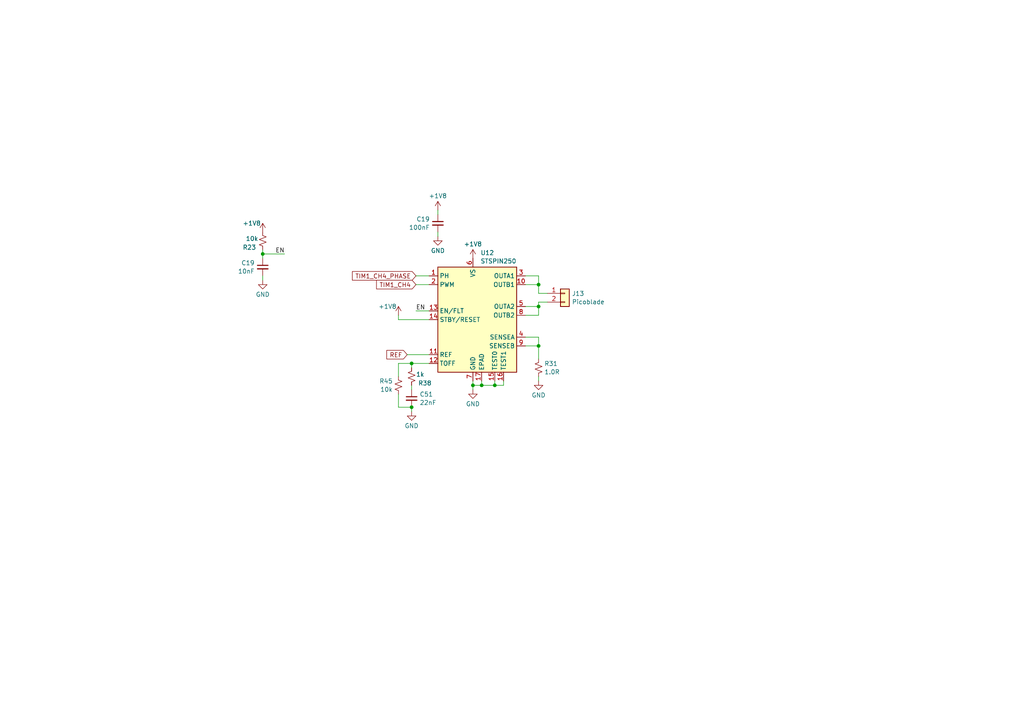
<source format=kicad_sch>
(kicad_sch (version 20230121) (generator eeschema)

  (uuid d3ae3c29-a710-4f7b-94c4-9f99cb159c5b)

  (paper "A4")

  (lib_symbols
    (symbol "Connector_Generic:Conn_01x02" (pin_names (offset 1.016) hide) (in_bom yes) (on_board yes)
      (property "Reference" "J" (at 0 2.54 0)
        (effects (font (size 1.27 1.27)))
      )
      (property "Value" "Conn_01x02" (at 0 -5.08 0)
        (effects (font (size 1.27 1.27)))
      )
      (property "Footprint" "" (at 0 0 0)
        (effects (font (size 1.27 1.27)) hide)
      )
      (property "Datasheet" "~" (at 0 0 0)
        (effects (font (size 1.27 1.27)) hide)
      )
      (property "ki_keywords" "connector" (at 0 0 0)
        (effects (font (size 1.27 1.27)) hide)
      )
      (property "ki_description" "Generic connector, single row, 01x02, script generated (kicad-library-utils/schlib/autogen/connector/)" (at 0 0 0)
        (effects (font (size 1.27 1.27)) hide)
      )
      (property "ki_fp_filters" "Connector*:*_1x??_*" (at 0 0 0)
        (effects (font (size 1.27 1.27)) hide)
      )
      (symbol "Conn_01x02_1_1"
        (rectangle (start -1.27 -2.413) (end 0 -2.667)
          (stroke (width 0.1524) (type default))
          (fill (type none))
        )
        (rectangle (start -1.27 0.127) (end 0 -0.127)
          (stroke (width 0.1524) (type default))
          (fill (type none))
        )
        (rectangle (start -1.27 1.27) (end 1.27 -3.81)
          (stroke (width 0.254) (type default))
          (fill (type background))
        )
        (pin passive line (at -5.08 0 0) (length 3.81)
          (name "Pin_1" (effects (font (size 1.27 1.27))))
          (number "1" (effects (font (size 1.27 1.27))))
        )
        (pin passive line (at -5.08 -2.54 0) (length 3.81)
          (name "Pin_2" (effects (font (size 1.27 1.27))))
          (number "2" (effects (font (size 1.27 1.27))))
        )
      )
    )
    (symbol "Device:C_Small" (pin_numbers hide) (pin_names (offset 0.254) hide) (in_bom yes) (on_board yes)
      (property "Reference" "C" (at 0.254 1.778 0)
        (effects (font (size 1.27 1.27)) (justify left))
      )
      (property "Value" "C_Small" (at 0.254 -2.032 0)
        (effects (font (size 1.27 1.27)) (justify left))
      )
      (property "Footprint" "" (at 0 0 0)
        (effects (font (size 1.27 1.27)) hide)
      )
      (property "Datasheet" "~" (at 0 0 0)
        (effects (font (size 1.27 1.27)) hide)
      )
      (property "ki_keywords" "capacitor cap" (at 0 0 0)
        (effects (font (size 1.27 1.27)) hide)
      )
      (property "ki_description" "Unpolarized capacitor, small symbol" (at 0 0 0)
        (effects (font (size 1.27 1.27)) hide)
      )
      (property "ki_fp_filters" "C_*" (at 0 0 0)
        (effects (font (size 1.27 1.27)) hide)
      )
      (symbol "C_Small_0_1"
        (polyline
          (pts
            (xy -1.524 -0.508)
            (xy 1.524 -0.508)
          )
          (stroke (width 0.3302) (type default))
          (fill (type none))
        )
        (polyline
          (pts
            (xy -1.524 0.508)
            (xy 1.524 0.508)
          )
          (stroke (width 0.3048) (type default))
          (fill (type none))
        )
      )
      (symbol "C_Small_1_1"
        (pin passive line (at 0 2.54 270) (length 2.032)
          (name "~" (effects (font (size 1.27 1.27))))
          (number "1" (effects (font (size 1.27 1.27))))
        )
        (pin passive line (at 0 -2.54 90) (length 2.032)
          (name "~" (effects (font (size 1.27 1.27))))
          (number "2" (effects (font (size 1.27 1.27))))
        )
      )
    )
    (symbol "Device:R_Small_US" (pin_numbers hide) (pin_names (offset 0.254) hide) (in_bom yes) (on_board yes)
      (property "Reference" "R" (at 0.762 0.508 0)
        (effects (font (size 1.27 1.27)) (justify left))
      )
      (property "Value" "R_Small_US" (at 0.762 -1.016 0)
        (effects (font (size 1.27 1.27)) (justify left))
      )
      (property "Footprint" "" (at 0 0 0)
        (effects (font (size 1.27 1.27)) hide)
      )
      (property "Datasheet" "~" (at 0 0 0)
        (effects (font (size 1.27 1.27)) hide)
      )
      (property "ki_keywords" "r resistor" (at 0 0 0)
        (effects (font (size 1.27 1.27)) hide)
      )
      (property "ki_description" "Resistor, small US symbol" (at 0 0 0)
        (effects (font (size 1.27 1.27)) hide)
      )
      (property "ki_fp_filters" "R_*" (at 0 0 0)
        (effects (font (size 1.27 1.27)) hide)
      )
      (symbol "R_Small_US_1_1"
        (polyline
          (pts
            (xy 0 0)
            (xy 1.016 -0.381)
            (xy 0 -0.762)
            (xy -1.016 -1.143)
            (xy 0 -1.524)
          )
          (stroke (width 0) (type default))
          (fill (type none))
        )
        (polyline
          (pts
            (xy 0 1.524)
            (xy 1.016 1.143)
            (xy 0 0.762)
            (xy -1.016 0.381)
            (xy 0 0)
          )
          (stroke (width 0) (type default))
          (fill (type none))
        )
        (pin passive line (at 0 2.54 270) (length 1.016)
          (name "~" (effects (font (size 1.27 1.27))))
          (number "1" (effects (font (size 1.27 1.27))))
        )
        (pin passive line (at 0 -2.54 90) (length 1.016)
          (name "~" (effects (font (size 1.27 1.27))))
          (number "2" (effects (font (size 1.27 1.27))))
        )
      )
    )
    (symbol "components_2:STSPIN250" (in_bom yes) (on_board yes)
      (property "Reference" "U" (at 6.35 21.59 0)
        (effects (font (size 1.27 1.27)))
      )
      (property "Value" "STSPIN250" (at 11.43 19.05 0)
        (effects (font (size 1.27 1.27)))
      )
      (property "Footprint" "" (at 0 24.13 0)
        (effects (font (size 1.27 1.27)) hide)
      )
      (property "Datasheet" "" (at 0 24.13 0)
        (effects (font (size 1.27 1.27)) hide)
      )
      (symbol "STSPIN250_0_1"
        (rectangle (start -10.16 15.24) (end 12.7 -15.24)
          (stroke (width 0.254) (type default))
          (fill (type background))
        )
      )
      (symbol "STSPIN250_1_1"
        (pin input line (at -12.7 12.7 0) (length 2.54)
          (name "PH" (effects (font (size 1.27 1.27))))
          (number "1" (effects (font (size 1.27 1.27))))
        )
        (pin power_out line (at 15.24 10.16 180) (length 2.54)
          (name "OUTB1" (effects (font (size 1.27 1.27))))
          (number "10" (effects (font (size 1.27 1.27))))
        )
        (pin input line (at -12.7 -10.16 0) (length 2.54)
          (name "REF" (effects (font (size 1.27 1.27))))
          (number "11" (effects (font (size 1.27 1.27))))
        )
        (pin input line (at -12.7 -12.7 0) (length 2.54)
          (name "TOFF" (effects (font (size 1.27 1.27))))
          (number "12" (effects (font (size 1.27 1.27))))
        )
        (pin bidirectional line (at -12.7 2.54 0) (length 2.54)
          (name "EN/FLT" (effects (font (size 1.27 1.27))))
          (number "13" (effects (font (size 1.27 1.27))))
        )
        (pin input line (at -12.7 0 0) (length 2.54)
          (name "STBY/RESET" (effects (font (size 1.27 1.27))))
          (number "14" (effects (font (size 1.27 1.27))))
        )
        (pin input line (at 6.35 -17.78 90) (length 2.54)
          (name "TEST0" (effects (font (size 1.27 1.27))))
          (number "15" (effects (font (size 1.27 1.27))))
        )
        (pin input line (at 8.89 -17.78 90) (length 2.54)
          (name "TEST1" (effects (font (size 1.27 1.27))))
          (number "16" (effects (font (size 1.27 1.27))))
        )
        (pin power_in line (at 2.54 -17.78 90) (length 2.54)
          (name "EPAD" (effects (font (size 1.27 1.27))))
          (number "17" (effects (font (size 1.27 1.27))))
        )
        (pin input line (at -12.7 10.16 0) (length 2.54)
          (name "PWM" (effects (font (size 1.27 1.27))))
          (number "2" (effects (font (size 1.27 1.27))))
        )
        (pin power_out line (at 15.24 12.7 180) (length 2.54)
          (name "OUTA1" (effects (font (size 1.27 1.27))))
          (number "3" (effects (font (size 1.27 1.27))))
        )
        (pin power_out line (at 15.24 -5.08 180) (length 2.54)
          (name "SENSEA" (effects (font (size 1.27 1.27))))
          (number "4" (effects (font (size 1.27 1.27))))
        )
        (pin power_out line (at 15.24 3.81 180) (length 2.54)
          (name "OUTA2" (effects (font (size 1.27 1.27))))
          (number "5" (effects (font (size 1.27 1.27))))
        )
        (pin power_in line (at 0 17.78 270) (length 2.54)
          (name "VS" (effects (font (size 1.27 1.27))))
          (number "6" (effects (font (size 1.27 1.27))))
        )
        (pin power_in line (at 0 -17.78 90) (length 2.54)
          (name "GND" (effects (font (size 1.27 1.27))))
          (number "7" (effects (font (size 1.27 1.27))))
        )
        (pin power_out line (at 15.24 1.27 180) (length 2.54)
          (name "OUTB2" (effects (font (size 1.27 1.27))))
          (number "8" (effects (font (size 1.27 1.27))))
        )
        (pin power_out line (at 15.24 -7.62 180) (length 2.54)
          (name "SENSEB" (effects (font (size 1.27 1.27))))
          (number "9" (effects (font (size 1.27 1.27))))
        )
      )
    )
    (symbol "power:+1V8" (power) (pin_names (offset 0)) (in_bom yes) (on_board yes)
      (property "Reference" "#PWR" (at 0 -3.81 0)
        (effects (font (size 1.27 1.27)) hide)
      )
      (property "Value" "+1V8" (at 0 3.556 0)
        (effects (font (size 1.27 1.27)))
      )
      (property "Footprint" "" (at 0 0 0)
        (effects (font (size 1.27 1.27)) hide)
      )
      (property "Datasheet" "" (at 0 0 0)
        (effects (font (size 1.27 1.27)) hide)
      )
      (property "ki_keywords" "global power" (at 0 0 0)
        (effects (font (size 1.27 1.27)) hide)
      )
      (property "ki_description" "Power symbol creates a global label with name \"+1V8\"" (at 0 0 0)
        (effects (font (size 1.27 1.27)) hide)
      )
      (symbol "+1V8_0_1"
        (polyline
          (pts
            (xy -0.762 1.27)
            (xy 0 2.54)
          )
          (stroke (width 0) (type default))
          (fill (type none))
        )
        (polyline
          (pts
            (xy 0 0)
            (xy 0 2.54)
          )
          (stroke (width 0) (type default))
          (fill (type none))
        )
        (polyline
          (pts
            (xy 0 2.54)
            (xy 0.762 1.27)
          )
          (stroke (width 0) (type default))
          (fill (type none))
        )
      )
      (symbol "+1V8_1_1"
        (pin power_in line (at 0 0 90) (length 0) hide
          (name "+1V8" (effects (font (size 1.27 1.27))))
          (number "1" (effects (font (size 1.27 1.27))))
        )
      )
    )
    (symbol "power:GND" (power) (pin_names (offset 0)) (in_bom yes) (on_board yes)
      (property "Reference" "#PWR" (at 0 -6.35 0)
        (effects (font (size 1.27 1.27)) hide)
      )
      (property "Value" "GND" (at 0 -3.81 0)
        (effects (font (size 1.27 1.27)))
      )
      (property "Footprint" "" (at 0 0 0)
        (effects (font (size 1.27 1.27)) hide)
      )
      (property "Datasheet" "" (at 0 0 0)
        (effects (font (size 1.27 1.27)) hide)
      )
      (property "ki_keywords" "global power" (at 0 0 0)
        (effects (font (size 1.27 1.27)) hide)
      )
      (property "ki_description" "Power symbol creates a global label with name \"GND\" , ground" (at 0 0 0)
        (effects (font (size 1.27 1.27)) hide)
      )
      (symbol "GND_0_1"
        (polyline
          (pts
            (xy 0 0)
            (xy 0 -1.27)
            (xy 1.27 -1.27)
            (xy 0 -2.54)
            (xy -1.27 -1.27)
            (xy 0 -1.27)
          )
          (stroke (width 0) (type default))
          (fill (type none))
        )
      )
      (symbol "GND_1_1"
        (pin power_in line (at 0 0 270) (length 0) hide
          (name "GND" (effects (font (size 1.27 1.27))))
          (number "1" (effects (font (size 1.27 1.27))))
        )
      )
    )
  )

  (junction (at 156.21 88.9) (diameter 0) (color 0 0 0 0)
    (uuid 434cb4db-e008-497a-ac75-29356549856d)
  )
  (junction (at 156.21 82.55) (diameter 0) (color 0 0 0 0)
    (uuid 73c65292-b353-4b6d-8478-edeff7afb8c7)
  )
  (junction (at 76.2 73.66) (diameter 0) (color 0 0 0 0)
    (uuid 8d38e2d9-2170-4b86-9327-dbc986bfa8ec)
  )
  (junction (at 119.38 118.11) (diameter 0) (color 0 0 0 0)
    (uuid 94b6b8c9-8047-4795-9a9c-fb7cd95c839f)
  )
  (junction (at 156.21 100.33) (diameter 0) (color 0 0 0 0)
    (uuid a7a6fb4e-42d6-42a7-bbf0-d6c88e0348fa)
  )
  (junction (at 143.51 111.76) (diameter 0) (color 0 0 0 0)
    (uuid b3b1cf1f-3840-4d7e-9047-79997c3d87d6)
  )
  (junction (at 137.16 111.76) (diameter 0) (color 0 0 0 0)
    (uuid cbccabf5-514d-4f33-a5e2-8afd2e5196d0)
  )
  (junction (at 119.38 105.41) (diameter 0) (color 0 0 0 0)
    (uuid e8e8b19e-38ee-46f6-abe7-2eb9415a0c45)
  )
  (junction (at 139.7 111.76) (diameter 0) (color 0 0 0 0)
    (uuid ef668624-f822-4384-8bde-da48dda47b2b)
  )

  (wire (pts (xy 158.75 87.63) (xy 156.21 87.63))
    (stroke (width 0) (type default))
    (uuid 03cd1acd-860c-41b6-a0cf-6e5051d36e0a)
  )
  (wire (pts (xy 119.38 119.38) (xy 119.38 118.11))
    (stroke (width 0) (type default))
    (uuid 0b449ecc-9c82-4820-8698-d2d4d1a6b484)
  )
  (wire (pts (xy 152.4 91.44) (xy 156.21 91.44))
    (stroke (width 0) (type default))
    (uuid 0eadbab4-a729-4a40-b7f8-df60fec4a64f)
  )
  (wire (pts (xy 115.57 92.71) (xy 124.46 92.71))
    (stroke (width 0) (type default))
    (uuid 0f466d35-9b0b-4ceb-b8cd-ea19adb3e898)
  )
  (wire (pts (xy 143.51 111.76) (xy 143.51 110.49))
    (stroke (width 0) (type default))
    (uuid 19da91f9-6a5f-48be-9fcf-aa2467619f8e)
  )
  (wire (pts (xy 156.21 100.33) (xy 156.21 104.14))
    (stroke (width 0) (type default))
    (uuid 1b9f4e11-f494-4182-b389-bc772a267783)
  )
  (wire (pts (xy 115.57 105.41) (xy 119.38 105.41))
    (stroke (width 0) (type default))
    (uuid 20724527-7776-4670-b0cc-9f7d650e952e)
  )
  (wire (pts (xy 156.21 97.79) (xy 156.21 100.33))
    (stroke (width 0) (type default))
    (uuid 23522f3e-82c7-4660-bf36-698bed9ff747)
  )
  (wire (pts (xy 115.57 105.41) (xy 115.57 109.22))
    (stroke (width 0) (type default))
    (uuid 266f7f8c-85f0-4bfc-ac14-3e43d1278dbb)
  )
  (wire (pts (xy 118.11 102.87) (xy 124.46 102.87))
    (stroke (width 0) (type default))
    (uuid 281cc014-5e66-4632-bf75-9540f4ceba37)
  )
  (wire (pts (xy 139.7 111.76) (xy 143.51 111.76))
    (stroke (width 0) (type default))
    (uuid 2c7a6d3a-27d4-47e9-a4c8-a2f54c3346dd)
  )
  (wire (pts (xy 115.57 91.44) (xy 115.57 92.71))
    (stroke (width 0) (type default))
    (uuid 2e373b68-696b-43be-8c67-9f63ce48e298)
  )
  (wire (pts (xy 119.38 111.76) (xy 119.38 113.03))
    (stroke (width 0) (type default))
    (uuid 2e7aa4f7-2f59-45c0-9c9e-df1fa5d386ac)
  )
  (wire (pts (xy 156.21 88.9) (xy 156.21 91.44))
    (stroke (width 0) (type default))
    (uuid 445ea813-6607-4352-8695-0473fe659a8a)
  )
  (wire (pts (xy 137.16 111.76) (xy 137.16 113.03))
    (stroke (width 0) (type default))
    (uuid 45a19862-9131-4617-be6d-7f257a3c5054)
  )
  (wire (pts (xy 139.7 111.76) (xy 139.7 110.49))
    (stroke (width 0) (type default))
    (uuid 487c0dd1-8201-4f33-b8f2-393144b038f8)
  )
  (wire (pts (xy 146.05 111.76) (xy 146.05 110.49))
    (stroke (width 0) (type default))
    (uuid 4ce01599-ccbc-4594-b42d-d099858787a8)
  )
  (wire (pts (xy 137.16 110.49) (xy 137.16 111.76))
    (stroke (width 0) (type default))
    (uuid 603a7429-cd78-4607-ab5d-caf3dfa7385e)
  )
  (wire (pts (xy 156.21 85.09) (xy 158.75 85.09))
    (stroke (width 0) (type default))
    (uuid 6d3e1bae-fd32-4e05-b28b-78396ec183c2)
  )
  (wire (pts (xy 127 67.31) (xy 127 68.58))
    (stroke (width 0) (type default))
    (uuid 78851fe2-9688-4dbc-9a81-e27ce981c1f3)
  )
  (wire (pts (xy 120.65 80.01) (xy 124.46 80.01))
    (stroke (width 0) (type default))
    (uuid 7aa97a65-fdcd-453e-922f-5ea80de6ef99)
  )
  (wire (pts (xy 156.21 82.55) (xy 156.21 85.09))
    (stroke (width 0) (type default))
    (uuid 815d45b0-8540-4fa8-8a69-4ab3476e3638)
  )
  (wire (pts (xy 76.2 73.66) (xy 76.2 74.93))
    (stroke (width 0) (type default))
    (uuid 853d6d80-529b-4bb5-8aee-65c954a6ae27)
  )
  (wire (pts (xy 152.4 82.55) (xy 156.21 82.55))
    (stroke (width 0) (type default))
    (uuid 911ea3c5-c522-48e4-b8b7-ffe02eb55a93)
  )
  (wire (pts (xy 143.51 111.76) (xy 146.05 111.76))
    (stroke (width 0) (type default))
    (uuid 91d6b792-46f7-47f9-91e4-44f1397bc96d)
  )
  (wire (pts (xy 152.4 97.79) (xy 156.21 97.79))
    (stroke (width 0) (type default))
    (uuid a13d80eb-dd9f-4a70-b224-482e1c96e3df)
  )
  (wire (pts (xy 156.21 88.9) (xy 152.4 88.9))
    (stroke (width 0) (type default))
    (uuid a660deba-e634-41a5-9be9-1acdd54ca362)
  )
  (wire (pts (xy 76.2 73.66) (xy 82.55 73.66))
    (stroke (width 0) (type default))
    (uuid b5cbad0e-3002-49bc-827c-9fa60ba7c1f2)
  )
  (wire (pts (xy 152.4 100.33) (xy 156.21 100.33))
    (stroke (width 0) (type default))
    (uuid b7184f51-76fc-4818-af53-3af825e81bd1)
  )
  (wire (pts (xy 115.57 118.11) (xy 119.38 118.11))
    (stroke (width 0) (type default))
    (uuid c318da2f-fddf-4636-993e-5bc7cca1beac)
  )
  (wire (pts (xy 76.2 72.39) (xy 76.2 73.66))
    (stroke (width 0) (type default))
    (uuid d1d48714-a3d6-4d47-b032-ef0268c29cfc)
  )
  (wire (pts (xy 156.21 80.01) (xy 156.21 82.55))
    (stroke (width 0) (type default))
    (uuid df2ba190-63ee-43e9-80ec-603bc7b1877f)
  )
  (wire (pts (xy 137.16 111.76) (xy 139.7 111.76))
    (stroke (width 0) (type default))
    (uuid e3059f48-6eba-4772-a1e5-7160201bb03c)
  )
  (wire (pts (xy 76.2 80.01) (xy 76.2 81.28))
    (stroke (width 0) (type default))
    (uuid e64b8e8c-b265-49dc-901b-7907ecaa30c0)
  )
  (wire (pts (xy 120.65 90.17) (xy 124.46 90.17))
    (stroke (width 0) (type default))
    (uuid e9a31b84-fa76-47dc-b181-4530f0359c14)
  )
  (wire (pts (xy 156.21 109.22) (xy 156.21 110.49))
    (stroke (width 0) (type default))
    (uuid eb020714-22ff-400a-b95c-78631cd48784)
  )
  (wire (pts (xy 119.38 105.41) (xy 119.38 106.68))
    (stroke (width 0) (type default))
    (uuid f1eb8655-58c5-4a22-8f79-c4cc1f1bf9d1)
  )
  (wire (pts (xy 127 60.96) (xy 127 62.23))
    (stroke (width 0) (type default))
    (uuid f720122c-4380-418b-9614-9675d2e484e4)
  )
  (wire (pts (xy 115.57 114.3) (xy 115.57 118.11))
    (stroke (width 0) (type default))
    (uuid f7316a7e-2476-4819-8fb7-96fb7a77e1e5)
  )
  (wire (pts (xy 119.38 105.41) (xy 124.46 105.41))
    (stroke (width 0) (type default))
    (uuid f7a28afd-0294-4a52-a35d-87b0cb052b0f)
  )
  (wire (pts (xy 120.65 82.55) (xy 124.46 82.55))
    (stroke (width 0) (type default))
    (uuid f82bef52-65b4-44dc-94f7-b880b9577b8a)
  )
  (wire (pts (xy 156.21 87.63) (xy 156.21 88.9))
    (stroke (width 0) (type default))
    (uuid fd07932c-b6c9-4dc1-bdde-48111e3bddea)
  )
  (wire (pts (xy 152.4 80.01) (xy 156.21 80.01))
    (stroke (width 0) (type default))
    (uuid fd3999ed-52e0-460b-b2ea-b4287d468792)
  )

  (label "EN" (at 82.55 73.66 180) (fields_autoplaced)
    (effects (font (size 1.27 1.27)) (justify right bottom))
    (uuid c1e31191-da39-4b22-89af-e5eb8de5a369)
  )
  (label "EN" (at 120.65 90.17 0) (fields_autoplaced)
    (effects (font (size 1.27 1.27)) (justify left bottom))
    (uuid cc3ae181-a2dc-4730-89a8-d239b9afe088)
  )

  (global_label "TIM1_CH4" (shape input) (at 120.65 82.55 180) (fields_autoplaced)
    (effects (font (size 1.27 1.27)) (justify right))
    (uuid 15a54f28-d014-4519-90b4-ce4df5971782)
    (property "Intersheetrefs" "${INTERSHEET_REFS}" (at 108.6539 82.55 0)
      (effects (font (size 1.27 1.27)) (justify right) hide)
    )
  )
  (global_label "TIM1_CH4_PHASE" (shape input) (at 120.65 80.01 180) (fields_autoplaced)
    (effects (font (size 1.27 1.27)) (justify right))
    (uuid 29469fcb-9efb-4d89-8e90-3cd26c3d4098)
    (property "Intersheetrefs" "${INTERSHEET_REFS}" (at 101.6387 80.01 0)
      (effects (font (size 1.27 1.27)) (justify right) hide)
    )
  )
  (global_label "REF" (shape input) (at 118.11 102.87 180) (fields_autoplaced)
    (effects (font (size 1.27 1.27)) (justify right))
    (uuid a4c22acf-ecae-4c6c-8f7e-09d0969650b1)
    (property "Intersheetrefs" "${INTERSHEET_REFS}" (at 111.6172 102.87 0)
      (effects (font (size 1.27 1.27)) (justify right) hide)
    )
  )

  (symbol (lib_id "components_2:STSPIN250") (at 137.16 92.71 0) (unit 1)
    (in_bom yes) (on_board yes) (dnp no) (fields_autoplaced)
    (uuid 19eeca92-6ca8-4a31-b672-8fde65669788)
    (property "Reference" "U12" (at 139.3541 73.3257 0)
      (effects (font (size 1.27 1.27)) (justify left))
    )
    (property "Value" "STSPIN250" (at 139.3541 75.7499 0)
      (effects (font (size 1.27 1.27)) (justify left))
    )
    (property "Footprint" "Ultra_librarian:VFQFPN16_STSPIN_STM" (at 137.16 68.58 0)
      (effects (font (size 1.27 1.27)) hide)
    )
    (property "Datasheet" "" (at 137.16 68.58 0)
      (effects (font (size 1.27 1.27)) hide)
    )
    (property "LCSC" "C155561" (at 137.16 92.71 0)
      (effects (font (size 1.27 1.27)) hide)
    )
    (pin "1" (uuid e46c6c14-ad89-41e7-8adc-19629b9363a5))
    (pin "10" (uuid 97811da0-6c20-4a56-8acc-ede948d652a4))
    (pin "11" (uuid 6cd8da83-5e41-42b5-9795-1502d753ce59))
    (pin "12" (uuid 5072d2bc-849c-45b0-86a6-f246efd8c396))
    (pin "13" (uuid 4e2c5edb-598c-4673-981e-bcf1a29386c7))
    (pin "14" (uuid ed236e16-818c-40c0-8947-e853eeccb1af))
    (pin "15" (uuid 027bc0af-25d8-4ee4-b50a-e4daa7fb83c4))
    (pin "16" (uuid 1f78152d-2d05-4851-8d13-4c6d33a2c056))
    (pin "17" (uuid 2a41c778-4014-4d8b-a467-265f45364098))
    (pin "2" (uuid d0ed151e-5bd0-4e9e-9f18-83566a9c2c95))
    (pin "3" (uuid e5cded07-f179-4277-acae-df617063fae1))
    (pin "4" (uuid 7dcbdaa4-9ce3-441b-bc2b-1453d2e23489))
    (pin "5" (uuid 73c7dc44-4717-45ba-9c72-8d83ddba3050))
    (pin "6" (uuid b625d927-c8b1-4d35-b443-f77956de00b2))
    (pin "7" (uuid fac90f5f-7773-4d00-a29d-cf122037bab4))
    (pin "8" (uuid a5d3c886-c924-40c6-89f2-10d7a9adb180))
    (pin "9" (uuid 917c6d82-403f-49be-8bb7-e6186ace1d0d))
    (instances
      (project "KASM_PCB_REV1"
        (path "/bcd76057-59fd-41c5-bb52-9bafb2ef74e0/04e958db-aa3d-41e7-905b-1283accbf3a5"
          (reference "U12") (unit 1)
        )
        (path "/bcd76057-59fd-41c5-bb52-9bafb2ef74e0/04e958db-aa3d-41e7-905b-1283accbf3a5/18dc00ae-3159-4780-b672-12977f79e5ac"
          (reference "U5") (unit 1)
        )
        (path "/bcd76057-59fd-41c5-bb52-9bafb2ef74e0/04e958db-aa3d-41e7-905b-1283accbf3a5/0e4a8bf2-0dd0-4daf-93f5-21aaab6e9079"
          (reference "U12") (unit 1)
        )
        (path "/bcd76057-59fd-41c5-bb52-9bafb2ef74e0/04e958db-aa3d-41e7-905b-1283accbf3a5/fa3e3175-0ec2-4c23-918b-18b69f6d22c9"
          (reference "U7") (unit 1)
        )
        (path "/bcd76057-59fd-41c5-bb52-9bafb2ef74e0/04e958db-aa3d-41e7-905b-1283accbf3a5/5eb57887-e81e-4477-9dd7-7aacc0de0d0b"
          (reference "U34") (unit 1)
        )
        (path "/bcd76057-59fd-41c5-bb52-9bafb2ef74e0/04e958db-aa3d-41e7-905b-1283accbf3a5/e0928f68-e618-4bed-a90d-d4217e4537fe"
          (reference "U35") (unit 1)
        )
        (path "/bcd76057-59fd-41c5-bb52-9bafb2ef74e0/04e958db-aa3d-41e7-905b-1283accbf3a5/035548b8-a31f-4ce4-88ad-eb25e49c8086"
          (reference "U36") (unit 1)
        )
        (path "/bcd76057-59fd-41c5-bb52-9bafb2ef74e0/04e958db-aa3d-41e7-905b-1283accbf3a5/ea7abcee-3bcc-4e0d-ba1f-bfc5afeaff56"
          (reference "U37") (unit 1)
        )
        (path "/bcd76057-59fd-41c5-bb52-9bafb2ef74e0/04e958db-aa3d-41e7-905b-1283accbf3a5/d43b2610-0e88-49f5-accf-91021c3a3747"
          (reference "U38") (unit 1)
        )
        (path "/bcd76057-59fd-41c5-bb52-9bafb2ef74e0/04e958db-aa3d-41e7-905b-1283accbf3a5/183aa310-3222-4137-baac-257f5699b820"
          (reference "U39") (unit 1)
        )
        (path "/bcd76057-59fd-41c5-bb52-9bafb2ef74e0/04e958db-aa3d-41e7-905b-1283accbf3a5/517c7ed0-094c-4bf8-893e-b74da427973a"
          (reference "U40") (unit 1)
        )
        (path "/bcd76057-59fd-41c5-bb52-9bafb2ef74e0/04e958db-aa3d-41e7-905b-1283accbf3a5/31bee4a8-b94d-44ab-a7b7-0e5ab7943934"
          (reference "U41") (unit 1)
        )
        (path "/bcd76057-59fd-41c5-bb52-9bafb2ef74e0/04e958db-aa3d-41e7-905b-1283accbf3a5/09624144-9abc-4214-b8b3-19be92fa01bb"
          (reference "U43") (unit 1)
        )
        (path "/bcd76057-59fd-41c5-bb52-9bafb2ef74e0/04e958db-aa3d-41e7-905b-1283accbf3a5/debcf873-ffd9-4218-a838-354e10f40114"
          (reference "U44") (unit 1)
        )
        (path "/bcd76057-59fd-41c5-bb52-9bafb2ef74e0/04e958db-aa3d-41e7-905b-1283accbf3a5/f3d20732-cdac-44e3-a331-3cd31b97ff57"
          (reference "U45") (unit 1)
        )
        (path "/bcd76057-59fd-41c5-bb52-9bafb2ef74e0/04e958db-aa3d-41e7-905b-1283accbf3a5/d282b751-7721-4014-b2b7-469980c2fd3d"
          (reference "U46") (unit 1)
        )
        (path "/bcd76057-59fd-41c5-bb52-9bafb2ef74e0/04e958db-aa3d-41e7-905b-1283accbf3a5/2f342150-1aa1-4808-811e-c8652a7360ed"
          (reference "U47") (unit 1)
        )
        (path "/bcd76057-59fd-41c5-bb52-9bafb2ef74e0/04e958db-aa3d-41e7-905b-1283accbf3a5/880b3b36-85e8-4c3c-aa09-491ac2842d9f"
          (reference "U48") (unit 1)
        )
        (path "/bcd76057-59fd-41c5-bb52-9bafb2ef74e0/04e958db-aa3d-41e7-905b-1283accbf3a5/a00a6dc6-5da7-4e1f-b4ec-6af8efc204f4"
          (reference "U49") (unit 1)
        )
        (path "/bcd76057-59fd-41c5-bb52-9bafb2ef74e0/04e958db-aa3d-41e7-905b-1283accbf3a5/fb97f32a-344e-42d0-80a3-2f30f649c95b"
          (reference "U50") (unit 1)
        )
        (path "/bcd76057-59fd-41c5-bb52-9bafb2ef74e0/04e958db-aa3d-41e7-905b-1283accbf3a5/758d2951-640e-4c88-be12-1a100eb086a5"
          (reference "U51") (unit 1)
        )
        (path "/bcd76057-59fd-41c5-bb52-9bafb2ef74e0/04e958db-aa3d-41e7-905b-1283accbf3a5/1e6d7f69-4122-453e-9254-d2339f5150d7"
          (reference "U52") (unit 1)
        )
        (path "/bcd76057-59fd-41c5-bb52-9bafb2ef74e0/04e958db-aa3d-41e7-905b-1283accbf3a5/cc8e9e82-b38f-4c96-81d0-3ca8ac77f771"
          (reference "U53") (unit 1)
        )
        (path "/bcd76057-59fd-41c5-bb52-9bafb2ef74e0/04e958db-aa3d-41e7-905b-1283accbf3a5/b1894ed9-6a63-4439-a2e8-1827c3e49ee7"
          (reference "U54") (unit 1)
        )
        (path "/bcd76057-59fd-41c5-bb52-9bafb2ef74e0/04e958db-aa3d-41e7-905b-1283accbf3a5/a49d49c7-da1f-4137-a620-bdc9f58595d1"
          (reference "U55") (unit 1)
        )
        (path "/bcd76057-59fd-41c5-bb52-9bafb2ef74e0/04e958db-aa3d-41e7-905b-1283accbf3a5/80cd4e08-0efe-488f-8e92-54beb1b4d1f2"
          (reference "U56") (unit 1)
        )
        (path "/bcd76057-59fd-41c5-bb52-9bafb2ef74e0/04e958db-aa3d-41e7-905b-1283accbf3a5/317da025-5f62-4c93-8d06-7954e608af1c"
          (reference "U57") (unit 1)
        )
        (path "/bcd76057-59fd-41c5-bb52-9bafb2ef74e0/04e958db-aa3d-41e7-905b-1283accbf3a5/3c7f0f67-84e4-46e0-ae69-a3c8008fc518"
          (reference "U42") (unit 1)
        )
      )
    )
  )

  (symbol (lib_id "power:GND") (at 119.38 119.38 0) (unit 1)
    (in_bom yes) (on_board yes) (dnp no)
    (uuid 1b560aea-f1d1-4242-9055-9226e0b1f112)
    (property "Reference" "#PWR0113" (at 119.38 125.73 0)
      (effects (font (size 1.27 1.27)) hide)
    )
    (property "Value" "GND" (at 119.38 123.5131 0)
      (effects (font (size 1.27 1.27)))
    )
    (property "Footprint" "" (at 119.38 119.38 0)
      (effects (font (size 1.27 1.27)) hide)
    )
    (property "Datasheet" "" (at 119.38 119.38 0)
      (effects (font (size 1.27 1.27)) hide)
    )
    (pin "1" (uuid 4637a27a-c5c6-4311-b6dc-3fecae4bd51a))
    (instances
      (project "KASM_PCB_REV1"
        (path "/bcd76057-59fd-41c5-bb52-9bafb2ef74e0/04e958db-aa3d-41e7-905b-1283accbf3a5"
          (reference "#PWR0113") (unit 1)
        )
        (path "/bcd76057-59fd-41c5-bb52-9bafb2ef74e0/04e958db-aa3d-41e7-905b-1283accbf3a5/18dc00ae-3159-4780-b672-12977f79e5ac"
          (reference "#PWR0106") (unit 1)
        )
        (path "/bcd76057-59fd-41c5-bb52-9bafb2ef74e0/04e958db-aa3d-41e7-905b-1283accbf3a5/0e4a8bf2-0dd0-4daf-93f5-21aaab6e9079"
          (reference "#PWR0262") (unit 1)
        )
        (path "/bcd76057-59fd-41c5-bb52-9bafb2ef74e0/04e958db-aa3d-41e7-905b-1283accbf3a5/fa3e3175-0ec2-4c23-918b-18b69f6d22c9"
          (reference "#PWR0108") (unit 1)
        )
        (path "/bcd76057-59fd-41c5-bb52-9bafb2ef74e0/04e958db-aa3d-41e7-905b-1283accbf3a5/5eb57887-e81e-4477-9dd7-7aacc0de0d0b"
          (reference "#PWR0269") (unit 1)
        )
        (path "/bcd76057-59fd-41c5-bb52-9bafb2ef74e0/04e958db-aa3d-41e7-905b-1283accbf3a5/e0928f68-e618-4bed-a90d-d4217e4537fe"
          (reference "#PWR0276") (unit 1)
        )
        (path "/bcd76057-59fd-41c5-bb52-9bafb2ef74e0/04e958db-aa3d-41e7-905b-1283accbf3a5/035548b8-a31f-4ce4-88ad-eb25e49c8086"
          (reference "#PWR0283") (unit 1)
        )
        (path "/bcd76057-59fd-41c5-bb52-9bafb2ef74e0/04e958db-aa3d-41e7-905b-1283accbf3a5/ea7abcee-3bcc-4e0d-ba1f-bfc5afeaff56"
          (reference "#PWR0290") (unit 1)
        )
        (path "/bcd76057-59fd-41c5-bb52-9bafb2ef74e0/04e958db-aa3d-41e7-905b-1283accbf3a5/d43b2610-0e88-49f5-accf-91021c3a3747"
          (reference "#PWR0297") (unit 1)
        )
        (path "/bcd76057-59fd-41c5-bb52-9bafb2ef74e0/04e958db-aa3d-41e7-905b-1283accbf3a5/183aa310-3222-4137-baac-257f5699b820"
          (reference "#PWR0304") (unit 1)
        )
        (path "/bcd76057-59fd-41c5-bb52-9bafb2ef74e0/04e958db-aa3d-41e7-905b-1283accbf3a5/517c7ed0-094c-4bf8-893e-b74da427973a"
          (reference "#PWR0311") (unit 1)
        )
        (path "/bcd76057-59fd-41c5-bb52-9bafb2ef74e0/04e958db-aa3d-41e7-905b-1283accbf3a5/31bee4a8-b94d-44ab-a7b7-0e5ab7943934"
          (reference "#PWR0318") (unit 1)
        )
        (path "/bcd76057-59fd-41c5-bb52-9bafb2ef74e0/04e958db-aa3d-41e7-905b-1283accbf3a5/09624144-9abc-4214-b8b3-19be92fa01bb"
          (reference "#PWR0332") (unit 1)
        )
        (path "/bcd76057-59fd-41c5-bb52-9bafb2ef74e0/04e958db-aa3d-41e7-905b-1283accbf3a5/debcf873-ffd9-4218-a838-354e10f40114"
          (reference "#PWR0339") (unit 1)
        )
        (path "/bcd76057-59fd-41c5-bb52-9bafb2ef74e0/04e958db-aa3d-41e7-905b-1283accbf3a5/f3d20732-cdac-44e3-a331-3cd31b97ff57"
          (reference "#PWR0346") (unit 1)
        )
        (path "/bcd76057-59fd-41c5-bb52-9bafb2ef74e0/04e958db-aa3d-41e7-905b-1283accbf3a5/d282b751-7721-4014-b2b7-469980c2fd3d"
          (reference "#PWR0353") (unit 1)
        )
        (path "/bcd76057-59fd-41c5-bb52-9bafb2ef74e0/04e958db-aa3d-41e7-905b-1283accbf3a5/2f342150-1aa1-4808-811e-c8652a7360ed"
          (reference "#PWR0360") (unit 1)
        )
        (path "/bcd76057-59fd-41c5-bb52-9bafb2ef74e0/04e958db-aa3d-41e7-905b-1283accbf3a5/880b3b36-85e8-4c3c-aa09-491ac2842d9f"
          (reference "#PWR0367") (unit 1)
        )
        (path "/bcd76057-59fd-41c5-bb52-9bafb2ef74e0/04e958db-aa3d-41e7-905b-1283accbf3a5/a00a6dc6-5da7-4e1f-b4ec-6af8efc204f4"
          (reference "#PWR0374") (unit 1)
        )
        (path "/bcd76057-59fd-41c5-bb52-9bafb2ef74e0/04e958db-aa3d-41e7-905b-1283accbf3a5/fb97f32a-344e-42d0-80a3-2f30f649c95b"
          (reference "#PWR0381") (unit 1)
        )
        (path "/bcd76057-59fd-41c5-bb52-9bafb2ef74e0/04e958db-aa3d-41e7-905b-1283accbf3a5/758d2951-640e-4c88-be12-1a100eb086a5"
          (reference "#PWR0388") (unit 1)
        )
        (path "/bcd76057-59fd-41c5-bb52-9bafb2ef74e0/04e958db-aa3d-41e7-905b-1283accbf3a5/1e6d7f69-4122-453e-9254-d2339f5150d7"
          (reference "#PWR0395") (unit 1)
        )
        (path "/bcd76057-59fd-41c5-bb52-9bafb2ef74e0/04e958db-aa3d-41e7-905b-1283accbf3a5/cc8e9e82-b38f-4c96-81d0-3ca8ac77f771"
          (reference "#PWR0402") (unit 1)
        )
        (path "/bcd76057-59fd-41c5-bb52-9bafb2ef74e0/04e958db-aa3d-41e7-905b-1283accbf3a5/b1894ed9-6a63-4439-a2e8-1827c3e49ee7"
          (reference "#PWR0409") (unit 1)
        )
        (path "/bcd76057-59fd-41c5-bb52-9bafb2ef74e0/04e958db-aa3d-41e7-905b-1283accbf3a5/a49d49c7-da1f-4137-a620-bdc9f58595d1"
          (reference "#PWR0416") (unit 1)
        )
        (path "/bcd76057-59fd-41c5-bb52-9bafb2ef74e0/04e958db-aa3d-41e7-905b-1283accbf3a5/80cd4e08-0efe-488f-8e92-54beb1b4d1f2"
          (reference "#PWR0423") (unit 1)
        )
        (path "/bcd76057-59fd-41c5-bb52-9bafb2ef74e0/04e958db-aa3d-41e7-905b-1283accbf3a5/317da025-5f62-4c93-8d06-7954e608af1c"
          (reference "#PWR0430") (unit 1)
        )
        (path "/bcd76057-59fd-41c5-bb52-9bafb2ef74e0/04e958db-aa3d-41e7-905b-1283accbf3a5/3c7f0f67-84e4-46e0-ae69-a3c8008fc518"
          (reference "#PWR0325") (unit 1)
        )
      )
    )
  )

  (symbol (lib_id "Device:R_Small_US") (at 115.57 111.76 0) (unit 1)
    (in_bom yes) (on_board yes) (dnp no)
    (uuid 1c0f638b-f20f-4b2e-b1b4-83a656ba64a2)
    (property "Reference" "R45" (at 113.919 110.5479 0)
      (effects (font (size 1.27 1.27)) (justify right))
    )
    (property "Value" "10k" (at 113.919 112.9721 0)
      (effects (font (size 1.27 1.27)) (justify right))
    )
    (property "Footprint" "Resistor_SMD:R_0402_1005Metric" (at 115.57 111.76 0)
      (effects (font (size 1.27 1.27)) hide)
    )
    (property "Datasheet" "~" (at 115.57 111.76 0)
      (effects (font (size 1.27 1.27)) hide)
    )
    (property "LCSC" "C25744" (at 115.57 111.76 0)
      (effects (font (size 1.27 1.27)) hide)
    )
    (pin "1" (uuid 32b177db-daf9-4a6b-9c8f-4c4a6aa2c23e))
    (pin "2" (uuid 07fe93d4-1469-4ba6-a4b1-0eeff5425a0e))
    (instances
      (project "KASM_PCB_REV1"
        (path "/bcd76057-59fd-41c5-bb52-9bafb2ef74e0/04e958db-aa3d-41e7-905b-1283accbf3a5"
          (reference "R45") (unit 1)
        )
        (path "/bcd76057-59fd-41c5-bb52-9bafb2ef74e0/04e958db-aa3d-41e7-905b-1283accbf3a5/18dc00ae-3159-4780-b672-12977f79e5ac"
          (reference "R45") (unit 1)
        )
        (path "/bcd76057-59fd-41c5-bb52-9bafb2ef74e0/04e958db-aa3d-41e7-905b-1283accbf3a5/0e4a8bf2-0dd0-4daf-93f5-21aaab6e9079"
          (reference "R110") (unit 1)
        )
        (path "/bcd76057-59fd-41c5-bb52-9bafb2ef74e0/04e958db-aa3d-41e7-905b-1283accbf3a5/fa3e3175-0ec2-4c23-918b-18b69f6d22c9"
          (reference "R40") (unit 1)
        )
        (path "/bcd76057-59fd-41c5-bb52-9bafb2ef74e0/04e958db-aa3d-41e7-905b-1283accbf3a5/5eb57887-e81e-4477-9dd7-7aacc0de0d0b"
          (reference "R113") (unit 1)
        )
        (path "/bcd76057-59fd-41c5-bb52-9bafb2ef74e0/04e958db-aa3d-41e7-905b-1283accbf3a5/e0928f68-e618-4bed-a90d-d4217e4537fe"
          (reference "R116") (unit 1)
        )
        (path "/bcd76057-59fd-41c5-bb52-9bafb2ef74e0/04e958db-aa3d-41e7-905b-1283accbf3a5/035548b8-a31f-4ce4-88ad-eb25e49c8086"
          (reference "R119") (unit 1)
        )
        (path "/bcd76057-59fd-41c5-bb52-9bafb2ef74e0/04e958db-aa3d-41e7-905b-1283accbf3a5/ea7abcee-3bcc-4e0d-ba1f-bfc5afeaff56"
          (reference "R122") (unit 1)
        )
        (path "/bcd76057-59fd-41c5-bb52-9bafb2ef74e0/04e958db-aa3d-41e7-905b-1283accbf3a5/d43b2610-0e88-49f5-accf-91021c3a3747"
          (reference "R125") (unit 1)
        )
        (path "/bcd76057-59fd-41c5-bb52-9bafb2ef74e0/04e958db-aa3d-41e7-905b-1283accbf3a5/183aa310-3222-4137-baac-257f5699b820"
          (reference "R128") (unit 1)
        )
        (path "/bcd76057-59fd-41c5-bb52-9bafb2ef74e0/04e958db-aa3d-41e7-905b-1283accbf3a5/517c7ed0-094c-4bf8-893e-b74da427973a"
          (reference "R131") (unit 1)
        )
        (path "/bcd76057-59fd-41c5-bb52-9bafb2ef74e0/04e958db-aa3d-41e7-905b-1283accbf3a5/31bee4a8-b94d-44ab-a7b7-0e5ab7943934"
          (reference "R134") (unit 1)
        )
        (path "/bcd76057-59fd-41c5-bb52-9bafb2ef74e0/04e958db-aa3d-41e7-905b-1283accbf3a5/09624144-9abc-4214-b8b3-19be92fa01bb"
          (reference "R140") (unit 1)
        )
        (path "/bcd76057-59fd-41c5-bb52-9bafb2ef74e0/04e958db-aa3d-41e7-905b-1283accbf3a5/debcf873-ffd9-4218-a838-354e10f40114"
          (reference "R143") (unit 1)
        )
        (path "/bcd76057-59fd-41c5-bb52-9bafb2ef74e0/04e958db-aa3d-41e7-905b-1283accbf3a5/f3d20732-cdac-44e3-a331-3cd31b97ff57"
          (reference "R146") (unit 1)
        )
        (path "/bcd76057-59fd-41c5-bb52-9bafb2ef74e0/04e958db-aa3d-41e7-905b-1283accbf3a5/d282b751-7721-4014-b2b7-469980c2fd3d"
          (reference "R149") (unit 1)
        )
        (path "/bcd76057-59fd-41c5-bb52-9bafb2ef74e0/04e958db-aa3d-41e7-905b-1283accbf3a5/2f342150-1aa1-4808-811e-c8652a7360ed"
          (reference "R152") (unit 1)
        )
        (path "/bcd76057-59fd-41c5-bb52-9bafb2ef74e0/04e958db-aa3d-41e7-905b-1283accbf3a5/880b3b36-85e8-4c3c-aa09-491ac2842d9f"
          (reference "R155") (unit 1)
        )
        (path "/bcd76057-59fd-41c5-bb52-9bafb2ef74e0/04e958db-aa3d-41e7-905b-1283accbf3a5/a00a6dc6-5da7-4e1f-b4ec-6af8efc204f4"
          (reference "R158") (unit 1)
        )
        (path "/bcd76057-59fd-41c5-bb52-9bafb2ef74e0/04e958db-aa3d-41e7-905b-1283accbf3a5/fb97f32a-344e-42d0-80a3-2f30f649c95b"
          (reference "R161") (unit 1)
        )
        (path "/bcd76057-59fd-41c5-bb52-9bafb2ef74e0/04e958db-aa3d-41e7-905b-1283accbf3a5/758d2951-640e-4c88-be12-1a100eb086a5"
          (reference "R164") (unit 1)
        )
        (path "/bcd76057-59fd-41c5-bb52-9bafb2ef74e0/04e958db-aa3d-41e7-905b-1283accbf3a5/1e6d7f69-4122-453e-9254-d2339f5150d7"
          (reference "R167") (unit 1)
        )
        (path "/bcd76057-59fd-41c5-bb52-9bafb2ef74e0/04e958db-aa3d-41e7-905b-1283accbf3a5/cc8e9e82-b38f-4c96-81d0-3ca8ac77f771"
          (reference "R170") (unit 1)
        )
        (path "/bcd76057-59fd-41c5-bb52-9bafb2ef74e0/04e958db-aa3d-41e7-905b-1283accbf3a5/b1894ed9-6a63-4439-a2e8-1827c3e49ee7"
          (reference "R173") (unit 1)
        )
        (path "/bcd76057-59fd-41c5-bb52-9bafb2ef74e0/04e958db-aa3d-41e7-905b-1283accbf3a5/a49d49c7-da1f-4137-a620-bdc9f58595d1"
          (reference "R176") (unit 1)
        )
        (path "/bcd76057-59fd-41c5-bb52-9bafb2ef74e0/04e958db-aa3d-41e7-905b-1283accbf3a5/80cd4e08-0efe-488f-8e92-54beb1b4d1f2"
          (reference "R179") (unit 1)
        )
        (path "/bcd76057-59fd-41c5-bb52-9bafb2ef74e0/04e958db-aa3d-41e7-905b-1283accbf3a5/317da025-5f62-4c93-8d06-7954e608af1c"
          (reference "R182") (unit 1)
        )
        (path "/bcd76057-59fd-41c5-bb52-9bafb2ef74e0/04e958db-aa3d-41e7-905b-1283accbf3a5/3c7f0f67-84e4-46e0-ae69-a3c8008fc518"
          (reference "R137") (unit 1)
        )
      )
    )
  )

  (symbol (lib_id "power:GND") (at 76.2 81.28 0) (unit 1)
    (in_bom yes) (on_board yes) (dnp no)
    (uuid 22d2cdbe-d8f6-45c0-8f6a-61f78ea7e23e)
    (property "Reference" "#PWR064" (at 76.2 87.63 0)
      (effects (font (size 1.27 1.27)) hide)
    )
    (property "Value" "GND" (at 76.2 85.4131 0)
      (effects (font (size 1.27 1.27)))
    )
    (property "Footprint" "" (at 76.2 81.28 0)
      (effects (font (size 1.27 1.27)) hide)
    )
    (property "Datasheet" "" (at 76.2 81.28 0)
      (effects (font (size 1.27 1.27)) hide)
    )
    (pin "1" (uuid 0ca09740-ffd2-445a-a783-362ca2c7102e))
    (instances
      (project "KASM_PCB_REV1"
        (path "/bcd76057-59fd-41c5-bb52-9bafb2ef74e0/04e958db-aa3d-41e7-905b-1283accbf3a5"
          (reference "#PWR064") (unit 1)
        )
        (path "/bcd76057-59fd-41c5-bb52-9bafb2ef74e0/04e958db-aa3d-41e7-905b-1283accbf3a5/317da025-5f62-4c93-8d06-7954e608af1c"
          (reference "#PWR015") (unit 1)
        )
        (path "/bcd76057-59fd-41c5-bb52-9bafb2ef74e0/04e958db-aa3d-41e7-905b-1283accbf3a5/3c7f0f67-84e4-46e0-ae69-a3c8008fc518"
          (reference "#PWR0109") (unit 1)
        )
      )
    )
  )

  (symbol (lib_id "Device:C_Small") (at 119.38 115.57 0) (unit 1)
    (in_bom yes) (on_board yes) (dnp no)
    (uuid 2782306e-b156-4b63-ae9d-a4809019075d)
    (property "Reference" "C51" (at 121.7041 114.3642 0)
      (effects (font (size 1.27 1.27)) (justify left))
    )
    (property "Value" "22nF" (at 121.7041 116.7884 0)
      (effects (font (size 1.27 1.27)) (justify left))
    )
    (property "Footprint" "Capacitor_SMD:C_0402_1005Metric" (at 119.38 115.57 0)
      (effects (font (size 1.27 1.27)) hide)
    )
    (property "Datasheet" "~" (at 119.38 115.57 0)
      (effects (font (size 1.27 1.27)) hide)
    )
    (property "LCSC" "C1532" (at 119.38 115.57 0)
      (effects (font (size 1.27 1.27)) hide)
    )
    (pin "1" (uuid 45cc038a-6790-4cfb-91c4-5c23167940f5))
    (pin "2" (uuid d4512f2d-7735-4fc1-a4ef-1aaab42564c2))
    (instances
      (project "KASM_PCB_REV1"
        (path "/bcd76057-59fd-41c5-bb52-9bafb2ef74e0/04e958db-aa3d-41e7-905b-1283accbf3a5"
          (reference "C51") (unit 1)
        )
        (path "/bcd76057-59fd-41c5-bb52-9bafb2ef74e0/04e958db-aa3d-41e7-905b-1283accbf3a5/18dc00ae-3159-4780-b672-12977f79e5ac"
          (reference "C51") (unit 1)
        )
        (path "/bcd76057-59fd-41c5-bb52-9bafb2ef74e0/04e958db-aa3d-41e7-905b-1283accbf3a5/0e4a8bf2-0dd0-4daf-93f5-21aaab6e9079"
          (reference "C95") (unit 1)
        )
        (path "/bcd76057-59fd-41c5-bb52-9bafb2ef74e0/04e958db-aa3d-41e7-905b-1283accbf3a5/fa3e3175-0ec2-4c23-918b-18b69f6d22c9"
          (reference "C46") (unit 1)
        )
        (path "/bcd76057-59fd-41c5-bb52-9bafb2ef74e0/04e958db-aa3d-41e7-905b-1283accbf3a5/5eb57887-e81e-4477-9dd7-7aacc0de0d0b"
          (reference "C97") (unit 1)
        )
        (path "/bcd76057-59fd-41c5-bb52-9bafb2ef74e0/04e958db-aa3d-41e7-905b-1283accbf3a5/e0928f68-e618-4bed-a90d-d4217e4537fe"
          (reference "C99") (unit 1)
        )
        (path "/bcd76057-59fd-41c5-bb52-9bafb2ef74e0/04e958db-aa3d-41e7-905b-1283accbf3a5/035548b8-a31f-4ce4-88ad-eb25e49c8086"
          (reference "C101") (unit 1)
        )
        (path "/bcd76057-59fd-41c5-bb52-9bafb2ef74e0/04e958db-aa3d-41e7-905b-1283accbf3a5/ea7abcee-3bcc-4e0d-ba1f-bfc5afeaff56"
          (reference "C103") (unit 1)
        )
        (path "/bcd76057-59fd-41c5-bb52-9bafb2ef74e0/04e958db-aa3d-41e7-905b-1283accbf3a5/d43b2610-0e88-49f5-accf-91021c3a3747"
          (reference "C105") (unit 1)
        )
        (path "/bcd76057-59fd-41c5-bb52-9bafb2ef74e0/04e958db-aa3d-41e7-905b-1283accbf3a5/183aa310-3222-4137-baac-257f5699b820"
          (reference "C107") (unit 1)
        )
        (path "/bcd76057-59fd-41c5-bb52-9bafb2ef74e0/04e958db-aa3d-41e7-905b-1283accbf3a5/517c7ed0-094c-4bf8-893e-b74da427973a"
          (reference "C109") (unit 1)
        )
        (path "/bcd76057-59fd-41c5-bb52-9bafb2ef74e0/04e958db-aa3d-41e7-905b-1283accbf3a5/31bee4a8-b94d-44ab-a7b7-0e5ab7943934"
          (reference "C111") (unit 1)
        )
        (path "/bcd76057-59fd-41c5-bb52-9bafb2ef74e0/04e958db-aa3d-41e7-905b-1283accbf3a5/09624144-9abc-4214-b8b3-19be92fa01bb"
          (reference "C115") (unit 1)
        )
        (path "/bcd76057-59fd-41c5-bb52-9bafb2ef74e0/04e958db-aa3d-41e7-905b-1283accbf3a5/debcf873-ffd9-4218-a838-354e10f40114"
          (reference "C117") (unit 1)
        )
        (path "/bcd76057-59fd-41c5-bb52-9bafb2ef74e0/04e958db-aa3d-41e7-905b-1283accbf3a5/f3d20732-cdac-44e3-a331-3cd31b97ff57"
          (reference "C119") (unit 1)
        )
        (path "/bcd76057-59fd-41c5-bb52-9bafb2ef74e0/04e958db-aa3d-41e7-905b-1283accbf3a5/d282b751-7721-4014-b2b7-469980c2fd3d"
          (reference "C121") (unit 1)
        )
        (path "/bcd76057-59fd-41c5-bb52-9bafb2ef74e0/04e958db-aa3d-41e7-905b-1283accbf3a5/2f342150-1aa1-4808-811e-c8652a7360ed"
          (reference "C123") (unit 1)
        )
        (path "/bcd76057-59fd-41c5-bb52-9bafb2ef74e0/04e958db-aa3d-41e7-905b-1283accbf3a5/880b3b36-85e8-4c3c-aa09-491ac2842d9f"
          (reference "C125") (unit 1)
        )
        (path "/bcd76057-59fd-41c5-bb52-9bafb2ef74e0/04e958db-aa3d-41e7-905b-1283accbf3a5/a00a6dc6-5da7-4e1f-b4ec-6af8efc204f4"
          (reference "C127") (unit 1)
        )
        (path "/bcd76057-59fd-41c5-bb52-9bafb2ef74e0/04e958db-aa3d-41e7-905b-1283accbf3a5/fb97f32a-344e-42d0-80a3-2f30f649c95b"
          (reference "C129") (unit 1)
        )
        (path "/bcd76057-59fd-41c5-bb52-9bafb2ef74e0/04e958db-aa3d-41e7-905b-1283accbf3a5/758d2951-640e-4c88-be12-1a100eb086a5"
          (reference "C131") (unit 1)
        )
        (path "/bcd76057-59fd-41c5-bb52-9bafb2ef74e0/04e958db-aa3d-41e7-905b-1283accbf3a5/1e6d7f69-4122-453e-9254-d2339f5150d7"
          (reference "C133") (unit 1)
        )
        (path "/bcd76057-59fd-41c5-bb52-9bafb2ef74e0/04e958db-aa3d-41e7-905b-1283accbf3a5/cc8e9e82-b38f-4c96-81d0-3ca8ac77f771"
          (reference "C135") (unit 1)
        )
        (path "/bcd76057-59fd-41c5-bb52-9bafb2ef74e0/04e958db-aa3d-41e7-905b-1283accbf3a5/b1894ed9-6a63-4439-a2e8-1827c3e49ee7"
          (reference "C137") (unit 1)
        )
        (path "/bcd76057-59fd-41c5-bb52-9bafb2ef74e0/04e958db-aa3d-41e7-905b-1283accbf3a5/a49d49c7-da1f-4137-a620-bdc9f58595d1"
          (reference "C139") (unit 1)
        )
        (path "/bcd76057-59fd-41c5-bb52-9bafb2ef74e0/04e958db-aa3d-41e7-905b-1283accbf3a5/80cd4e08-0efe-488f-8e92-54beb1b4d1f2"
          (reference "C141") (unit 1)
        )
        (path "/bcd76057-59fd-41c5-bb52-9bafb2ef74e0/04e958db-aa3d-41e7-905b-1283accbf3a5/317da025-5f62-4c93-8d06-7954e608af1c"
          (reference "C143") (unit 1)
        )
        (path "/bcd76057-59fd-41c5-bb52-9bafb2ef74e0/04e958db-aa3d-41e7-905b-1283accbf3a5/3c7f0f67-84e4-46e0-ae69-a3c8008fc518"
          (reference "C113") (unit 1)
        )
      )
    )
  )

  (symbol (lib_id "Device:C_Small") (at 127 64.77 0) (mirror y) (unit 1)
    (in_bom yes) (on_board yes) (dnp no)
    (uuid 30662a80-f7ba-4153-8c23-39ace1e524b8)
    (property "Reference" "C19" (at 124.6759 63.5642 0)
      (effects (font (size 1.27 1.27)) (justify left))
    )
    (property "Value" "100nF" (at 124.6759 65.9884 0)
      (effects (font (size 1.27 1.27)) (justify left))
    )
    (property "Footprint" "Capacitor_SMD:C_0402_1005Metric" (at 127 64.77 0)
      (effects (font (size 1.27 1.27)) hide)
    )
    (property "Datasheet" "~" (at 127 64.77 0)
      (effects (font (size 1.27 1.27)) hide)
    )
    (property "LCSC" "C1525" (at 127 64.77 0)
      (effects (font (size 1.27 1.27)) hide)
    )
    (pin "1" (uuid 895c655b-c28c-4357-b4cb-52024c7cdb04))
    (pin "2" (uuid 517a1446-2faa-475e-a498-cdaac64064c7))
    (instances
      (project "KASM_PCB_REV1"
        (path "/bcd76057-59fd-41c5-bb52-9bafb2ef74e0/9f28d78d-ca42-4041-9be6-b996c46b4a0a"
          (reference "C19") (unit 1)
        )
        (path "/bcd76057-59fd-41c5-bb52-9bafb2ef74e0/da6e1dd6-6549-4588-8765-3ff657cbe17b"
          (reference "C1") (unit 1)
        )
        (path "/bcd76057-59fd-41c5-bb52-9bafb2ef74e0/04e958db-aa3d-41e7-905b-1283accbf3a5"
          (reference "C40") (unit 1)
        )
        (path "/bcd76057-59fd-41c5-bb52-9bafb2ef74e0/04e958db-aa3d-41e7-905b-1283accbf3a5/18dc00ae-3159-4780-b672-12977f79e5ac"
          (reference "C40") (unit 1)
        )
        (path "/bcd76057-59fd-41c5-bb52-9bafb2ef74e0/04e958db-aa3d-41e7-905b-1283accbf3a5/0e4a8bf2-0dd0-4daf-93f5-21aaab6e9079"
          (reference "C94") (unit 1)
        )
        (path "/bcd76057-59fd-41c5-bb52-9bafb2ef74e0/04e958db-aa3d-41e7-905b-1283accbf3a5/fa3e3175-0ec2-4c23-918b-18b69f6d22c9"
          (reference "C42") (unit 1)
        )
        (path "/bcd76057-59fd-41c5-bb52-9bafb2ef74e0/04e958db-aa3d-41e7-905b-1283accbf3a5/5eb57887-e81e-4477-9dd7-7aacc0de0d0b"
          (reference "C96") (unit 1)
        )
        (path "/bcd76057-59fd-41c5-bb52-9bafb2ef74e0/04e958db-aa3d-41e7-905b-1283accbf3a5/e0928f68-e618-4bed-a90d-d4217e4537fe"
          (reference "C98") (unit 1)
        )
        (path "/bcd76057-59fd-41c5-bb52-9bafb2ef74e0/04e958db-aa3d-41e7-905b-1283accbf3a5/035548b8-a31f-4ce4-88ad-eb25e49c8086"
          (reference "C100") (unit 1)
        )
        (path "/bcd76057-59fd-41c5-bb52-9bafb2ef74e0/04e958db-aa3d-41e7-905b-1283accbf3a5/ea7abcee-3bcc-4e0d-ba1f-bfc5afeaff56"
          (reference "C102") (unit 1)
        )
        (path "/bcd76057-59fd-41c5-bb52-9bafb2ef74e0/04e958db-aa3d-41e7-905b-1283accbf3a5/d43b2610-0e88-49f5-accf-91021c3a3747"
          (reference "C104") (unit 1)
        )
        (path "/bcd76057-59fd-41c5-bb52-9bafb2ef74e0/04e958db-aa3d-41e7-905b-1283accbf3a5/183aa310-3222-4137-baac-257f5699b820"
          (reference "C106") (unit 1)
        )
        (path "/bcd76057-59fd-41c5-bb52-9bafb2ef74e0/04e958db-aa3d-41e7-905b-1283accbf3a5/517c7ed0-094c-4bf8-893e-b74da427973a"
          (reference "C108") (unit 1)
        )
        (path "/bcd76057-59fd-41c5-bb52-9bafb2ef74e0/04e958db-aa3d-41e7-905b-1283accbf3a5/31bee4a8-b94d-44ab-a7b7-0e5ab7943934"
          (reference "C110") (unit 1)
        )
        (path "/bcd76057-59fd-41c5-bb52-9bafb2ef74e0/04e958db-aa3d-41e7-905b-1283accbf3a5/09624144-9abc-4214-b8b3-19be92fa01bb"
          (reference "C114") (unit 1)
        )
        (path "/bcd76057-59fd-41c5-bb52-9bafb2ef74e0/04e958db-aa3d-41e7-905b-1283accbf3a5/debcf873-ffd9-4218-a838-354e10f40114"
          (reference "C116") (unit 1)
        )
        (path "/bcd76057-59fd-41c5-bb52-9bafb2ef74e0/04e958db-aa3d-41e7-905b-1283accbf3a5/f3d20732-cdac-44e3-a331-3cd31b97ff57"
          (reference "C118") (unit 1)
        )
        (path "/bcd76057-59fd-41c5-bb52-9bafb2ef74e0/04e958db-aa3d-41e7-905b-1283accbf3a5/d282b751-7721-4014-b2b7-469980c2fd3d"
          (reference "C120") (unit 1)
        )
        (path "/bcd76057-59fd-41c5-bb52-9bafb2ef74e0/04e958db-aa3d-41e7-905b-1283accbf3a5/2f342150-1aa1-4808-811e-c8652a7360ed"
          (reference "C122") (unit 1)
        )
        (path "/bcd76057-59fd-41c5-bb52-9bafb2ef74e0/04e958db-aa3d-41e7-905b-1283accbf3a5/880b3b36-85e8-4c3c-aa09-491ac2842d9f"
          (reference "C124") (unit 1)
        )
        (path "/bcd76057-59fd-41c5-bb52-9bafb2ef74e0/04e958db-aa3d-41e7-905b-1283accbf3a5/a00a6dc6-5da7-4e1f-b4ec-6af8efc204f4"
          (reference "C126") (unit 1)
        )
        (path "/bcd76057-59fd-41c5-bb52-9bafb2ef74e0/04e958db-aa3d-41e7-905b-1283accbf3a5/fb97f32a-344e-42d0-80a3-2f30f649c95b"
          (reference "C128") (unit 1)
        )
        (path "/bcd76057-59fd-41c5-bb52-9bafb2ef74e0/04e958db-aa3d-41e7-905b-1283accbf3a5/758d2951-640e-4c88-be12-1a100eb086a5"
          (reference "C130") (unit 1)
        )
        (path "/bcd76057-59fd-41c5-bb52-9bafb2ef74e0/04e958db-aa3d-41e7-905b-1283accbf3a5/1e6d7f69-4122-453e-9254-d2339f5150d7"
          (reference "C132") (unit 1)
        )
        (path "/bcd76057-59fd-41c5-bb52-9bafb2ef74e0/04e958db-aa3d-41e7-905b-1283accbf3a5/cc8e9e82-b38f-4c96-81d0-3ca8ac77f771"
          (reference "C134") (unit 1)
        )
        (path "/bcd76057-59fd-41c5-bb52-9bafb2ef74e0/04e958db-aa3d-41e7-905b-1283accbf3a5/b1894ed9-6a63-4439-a2e8-1827c3e49ee7"
          (reference "C136") (unit 1)
        )
        (path "/bcd76057-59fd-41c5-bb52-9bafb2ef74e0/04e958db-aa3d-41e7-905b-1283accbf3a5/a49d49c7-da1f-4137-a620-bdc9f58595d1"
          (reference "C138") (unit 1)
        )
        (path "/bcd76057-59fd-41c5-bb52-9bafb2ef74e0/04e958db-aa3d-41e7-905b-1283accbf3a5/80cd4e08-0efe-488f-8e92-54beb1b4d1f2"
          (reference "C140") (unit 1)
        )
        (path "/bcd76057-59fd-41c5-bb52-9bafb2ef74e0/04e958db-aa3d-41e7-905b-1283accbf3a5/317da025-5f62-4c93-8d06-7954e608af1c"
          (reference "C142") (unit 1)
        )
        (path "/bcd76057-59fd-41c5-bb52-9bafb2ef74e0/04e958db-aa3d-41e7-905b-1283accbf3a5/3c7f0f67-84e4-46e0-ae69-a3c8008fc518"
          (reference "C112") (unit 1)
        )
      )
    )
  )

  (symbol (lib_id "power:+1V8") (at 137.16 74.93 0) (unit 1)
    (in_bom yes) (on_board yes) (dnp no) (fields_autoplaced)
    (uuid 351bac8b-9ad0-4f87-b14f-9b52a07bdc9f)
    (property "Reference" "#PWR030" (at 137.16 78.74 0)
      (effects (font (size 1.27 1.27)) hide)
    )
    (property "Value" "+1V8" (at 137.16 70.7969 0)
      (effects (font (size 1.27 1.27)))
    )
    (property "Footprint" "" (at 137.16 74.93 0)
      (effects (font (size 1.27 1.27)) hide)
    )
    (property "Datasheet" "" (at 137.16 74.93 0)
      (effects (font (size 1.27 1.27)) hide)
    )
    (pin "1" (uuid 9b8d2036-7e0c-427a-b116-c0583ef1c727))
    (instances
      (project "KASM_PCB_REV1"
        (path "/bcd76057-59fd-41c5-bb52-9bafb2ef74e0/9f28d78d-ca42-4041-9be6-b996c46b4a0a"
          (reference "#PWR030") (unit 1)
        )
        (path "/bcd76057-59fd-41c5-bb52-9bafb2ef74e0/04e958db-aa3d-41e7-905b-1283accbf3a5"
          (reference "#PWR085") (unit 1)
        )
        (path "/bcd76057-59fd-41c5-bb52-9bafb2ef74e0/04e958db-aa3d-41e7-905b-1283accbf3a5/18dc00ae-3159-4780-b672-12977f79e5ac"
          (reference "#PWR074") (unit 1)
        )
        (path "/bcd76057-59fd-41c5-bb52-9bafb2ef74e0/04e958db-aa3d-41e7-905b-1283accbf3a5/0e4a8bf2-0dd0-4daf-93f5-21aaab6e9079"
          (reference "#PWR0258") (unit 1)
        )
        (path "/bcd76057-59fd-41c5-bb52-9bafb2ef74e0/04e958db-aa3d-41e7-905b-1283accbf3a5/fa3e3175-0ec2-4c23-918b-18b69f6d22c9"
          (reference "#PWR080") (unit 1)
        )
        (path "/bcd76057-59fd-41c5-bb52-9bafb2ef74e0/04e958db-aa3d-41e7-905b-1283accbf3a5/5eb57887-e81e-4477-9dd7-7aacc0de0d0b"
          (reference "#PWR0265") (unit 1)
        )
        (path "/bcd76057-59fd-41c5-bb52-9bafb2ef74e0/04e958db-aa3d-41e7-905b-1283accbf3a5/e0928f68-e618-4bed-a90d-d4217e4537fe"
          (reference "#PWR0272") (unit 1)
        )
        (path "/bcd76057-59fd-41c5-bb52-9bafb2ef74e0/04e958db-aa3d-41e7-905b-1283accbf3a5/035548b8-a31f-4ce4-88ad-eb25e49c8086"
          (reference "#PWR0279") (unit 1)
        )
        (path "/bcd76057-59fd-41c5-bb52-9bafb2ef74e0/04e958db-aa3d-41e7-905b-1283accbf3a5/ea7abcee-3bcc-4e0d-ba1f-bfc5afeaff56"
          (reference "#PWR0286") (unit 1)
        )
        (path "/bcd76057-59fd-41c5-bb52-9bafb2ef74e0/04e958db-aa3d-41e7-905b-1283accbf3a5/d43b2610-0e88-49f5-accf-91021c3a3747"
          (reference "#PWR0293") (unit 1)
        )
        (path "/bcd76057-59fd-41c5-bb52-9bafb2ef74e0/04e958db-aa3d-41e7-905b-1283accbf3a5/183aa310-3222-4137-baac-257f5699b820"
          (reference "#PWR0300") (unit 1)
        )
        (path "/bcd76057-59fd-41c5-bb52-9bafb2ef74e0/04e958db-aa3d-41e7-905b-1283accbf3a5/517c7ed0-094c-4bf8-893e-b74da427973a"
          (reference "#PWR0307") (unit 1)
        )
        (path "/bcd76057-59fd-41c5-bb52-9bafb2ef74e0/04e958db-aa3d-41e7-905b-1283accbf3a5/31bee4a8-b94d-44ab-a7b7-0e5ab7943934"
          (reference "#PWR0314") (unit 1)
        )
        (path "/bcd76057-59fd-41c5-bb52-9bafb2ef74e0/04e958db-aa3d-41e7-905b-1283accbf3a5/09624144-9abc-4214-b8b3-19be92fa01bb"
          (reference "#PWR0328") (unit 1)
        )
        (path "/bcd76057-59fd-41c5-bb52-9bafb2ef74e0/04e958db-aa3d-41e7-905b-1283accbf3a5/debcf873-ffd9-4218-a838-354e10f40114"
          (reference "#PWR0335") (unit 1)
        )
        (path "/bcd76057-59fd-41c5-bb52-9bafb2ef74e0/04e958db-aa3d-41e7-905b-1283accbf3a5/f3d20732-cdac-44e3-a331-3cd31b97ff57"
          (reference "#PWR0342") (unit 1)
        )
        (path "/bcd76057-59fd-41c5-bb52-9bafb2ef74e0/04e958db-aa3d-41e7-905b-1283accbf3a5/d282b751-7721-4014-b2b7-469980c2fd3d"
          (reference "#PWR0349") (unit 1)
        )
        (path "/bcd76057-59fd-41c5-bb52-9bafb2ef74e0/04e958db-aa3d-41e7-905b-1283accbf3a5/2f342150-1aa1-4808-811e-c8652a7360ed"
          (reference "#PWR0356") (unit 1)
        )
        (path "/bcd76057-59fd-41c5-bb52-9bafb2ef74e0/04e958db-aa3d-41e7-905b-1283accbf3a5/880b3b36-85e8-4c3c-aa09-491ac2842d9f"
          (reference "#PWR0363") (unit 1)
        )
        (path "/bcd76057-59fd-41c5-bb52-9bafb2ef74e0/04e958db-aa3d-41e7-905b-1283accbf3a5/a00a6dc6-5da7-4e1f-b4ec-6af8efc204f4"
          (reference "#PWR0370") (unit 1)
        )
        (path "/bcd76057-59fd-41c5-bb52-9bafb2ef74e0/04e958db-aa3d-41e7-905b-1283accbf3a5/fb97f32a-344e-42d0-80a3-2f30f649c95b"
          (reference "#PWR0377") (unit 1)
        )
        (path "/bcd76057-59fd-41c5-bb52-9bafb2ef74e0/04e958db-aa3d-41e7-905b-1283accbf3a5/758d2951-640e-4c88-be12-1a100eb086a5"
          (reference "#PWR0384") (unit 1)
        )
        (path "/bcd76057-59fd-41c5-bb52-9bafb2ef74e0/04e958db-aa3d-41e7-905b-1283accbf3a5/1e6d7f69-4122-453e-9254-d2339f5150d7"
          (reference "#PWR0391") (unit 1)
        )
        (path "/bcd76057-59fd-41c5-bb52-9bafb2ef74e0/04e958db-aa3d-41e7-905b-1283accbf3a5/cc8e9e82-b38f-4c96-81d0-3ca8ac77f771"
          (reference "#PWR0398") (unit 1)
        )
        (path "/bcd76057-59fd-41c5-bb52-9bafb2ef74e0/04e958db-aa3d-41e7-905b-1283accbf3a5/b1894ed9-6a63-4439-a2e8-1827c3e49ee7"
          (reference "#PWR0405") (unit 1)
        )
        (path "/bcd76057-59fd-41c5-bb52-9bafb2ef74e0/04e958db-aa3d-41e7-905b-1283accbf3a5/a49d49c7-da1f-4137-a620-bdc9f58595d1"
          (reference "#PWR0412") (unit 1)
        )
        (path "/bcd76057-59fd-41c5-bb52-9bafb2ef74e0/04e958db-aa3d-41e7-905b-1283accbf3a5/80cd4e08-0efe-488f-8e92-54beb1b4d1f2"
          (reference "#PWR0419") (unit 1)
        )
        (path "/bcd76057-59fd-41c5-bb52-9bafb2ef74e0/04e958db-aa3d-41e7-905b-1283accbf3a5/317da025-5f62-4c93-8d06-7954e608af1c"
          (reference "#PWR0426") (unit 1)
        )
        (path "/bcd76057-59fd-41c5-bb52-9bafb2ef74e0/04e958db-aa3d-41e7-905b-1283accbf3a5/3c7f0f67-84e4-46e0-ae69-a3c8008fc518"
          (reference "#PWR0321") (unit 1)
        )
      )
    )
  )

  (symbol (lib_id "power:GND") (at 127 68.58 0) (unit 1)
    (in_bom yes) (on_board yes) (dnp no)
    (uuid 356c60ad-5b4f-4089-bacf-47a1ef944ce7)
    (property "Reference" "#PWR074" (at 127 74.93 0)
      (effects (font (size 1.27 1.27)) hide)
    )
    (property "Value" "GND" (at 127 72.7131 0)
      (effects (font (size 1.27 1.27)))
    )
    (property "Footprint" "" (at 127 68.58 0)
      (effects (font (size 1.27 1.27)) hide)
    )
    (property "Datasheet" "" (at 127 68.58 0)
      (effects (font (size 1.27 1.27)) hide)
    )
    (pin "1" (uuid 24cd32ea-d013-41a9-a9d8-12b731f586e2))
    (instances
      (project "KASM_PCB_REV1"
        (path "/bcd76057-59fd-41c5-bb52-9bafb2ef74e0/04e958db-aa3d-41e7-905b-1283accbf3a5"
          (reference "#PWR074") (unit 1)
        )
        (path "/bcd76057-59fd-41c5-bb52-9bafb2ef74e0/04e958db-aa3d-41e7-905b-1283accbf3a5/18dc00ae-3159-4780-b672-12977f79e5ac"
          (reference "#PWR067") (unit 1)
        )
        (path "/bcd76057-59fd-41c5-bb52-9bafb2ef74e0/04e958db-aa3d-41e7-905b-1283accbf3a5/0e4a8bf2-0dd0-4daf-93f5-21aaab6e9079"
          (reference "#PWR0257") (unit 1)
        )
        (path "/bcd76057-59fd-41c5-bb52-9bafb2ef74e0/04e958db-aa3d-41e7-905b-1283accbf3a5/fa3e3175-0ec2-4c23-918b-18b69f6d22c9"
          (reference "#PWR076") (unit 1)
        )
        (path "/bcd76057-59fd-41c5-bb52-9bafb2ef74e0/04e958db-aa3d-41e7-905b-1283accbf3a5/5eb57887-e81e-4477-9dd7-7aacc0de0d0b"
          (reference "#PWR0264") (unit 1)
        )
        (path "/bcd76057-59fd-41c5-bb52-9bafb2ef74e0/04e958db-aa3d-41e7-905b-1283accbf3a5/e0928f68-e618-4bed-a90d-d4217e4537fe"
          (reference "#PWR0271") (unit 1)
        )
        (path "/bcd76057-59fd-41c5-bb52-9bafb2ef74e0/04e958db-aa3d-41e7-905b-1283accbf3a5/035548b8-a31f-4ce4-88ad-eb25e49c8086"
          (reference "#PWR0278") (unit 1)
        )
        (path "/bcd76057-59fd-41c5-bb52-9bafb2ef74e0/04e958db-aa3d-41e7-905b-1283accbf3a5/ea7abcee-3bcc-4e0d-ba1f-bfc5afeaff56"
          (reference "#PWR0285") (unit 1)
        )
        (path "/bcd76057-59fd-41c5-bb52-9bafb2ef74e0/04e958db-aa3d-41e7-905b-1283accbf3a5/d43b2610-0e88-49f5-accf-91021c3a3747"
          (reference "#PWR0292") (unit 1)
        )
        (path "/bcd76057-59fd-41c5-bb52-9bafb2ef74e0/04e958db-aa3d-41e7-905b-1283accbf3a5/183aa310-3222-4137-baac-257f5699b820"
          (reference "#PWR0299") (unit 1)
        )
        (path "/bcd76057-59fd-41c5-bb52-9bafb2ef74e0/04e958db-aa3d-41e7-905b-1283accbf3a5/517c7ed0-094c-4bf8-893e-b74da427973a"
          (reference "#PWR0306") (unit 1)
        )
        (path "/bcd76057-59fd-41c5-bb52-9bafb2ef74e0/04e958db-aa3d-41e7-905b-1283accbf3a5/31bee4a8-b94d-44ab-a7b7-0e5ab7943934"
          (reference "#PWR0313") (unit 1)
        )
        (path "/bcd76057-59fd-41c5-bb52-9bafb2ef74e0/04e958db-aa3d-41e7-905b-1283accbf3a5/09624144-9abc-4214-b8b3-19be92fa01bb"
          (reference "#PWR0327") (unit 1)
        )
        (path "/bcd76057-59fd-41c5-bb52-9bafb2ef74e0/04e958db-aa3d-41e7-905b-1283accbf3a5/debcf873-ffd9-4218-a838-354e10f40114"
          (reference "#PWR0334") (unit 1)
        )
        (path "/bcd76057-59fd-41c5-bb52-9bafb2ef74e0/04e958db-aa3d-41e7-905b-1283accbf3a5/f3d20732-cdac-44e3-a331-3cd31b97ff57"
          (reference "#PWR0341") (unit 1)
        )
        (path "/bcd76057-59fd-41c5-bb52-9bafb2ef74e0/04e958db-aa3d-41e7-905b-1283accbf3a5/d282b751-7721-4014-b2b7-469980c2fd3d"
          (reference "#PWR0348") (unit 1)
        )
        (path "/bcd76057-59fd-41c5-bb52-9bafb2ef74e0/04e958db-aa3d-41e7-905b-1283accbf3a5/2f342150-1aa1-4808-811e-c8652a7360ed"
          (reference "#PWR0355") (unit 1)
        )
        (path "/bcd76057-59fd-41c5-bb52-9bafb2ef74e0/04e958db-aa3d-41e7-905b-1283accbf3a5/880b3b36-85e8-4c3c-aa09-491ac2842d9f"
          (reference "#PWR0362") (unit 1)
        )
        (path "/bcd76057-59fd-41c5-bb52-9bafb2ef74e0/04e958db-aa3d-41e7-905b-1283accbf3a5/a00a6dc6-5da7-4e1f-b4ec-6af8efc204f4"
          (reference "#PWR0369") (unit 1)
        )
        (path "/bcd76057-59fd-41c5-bb52-9bafb2ef74e0/04e958db-aa3d-41e7-905b-1283accbf3a5/fb97f32a-344e-42d0-80a3-2f30f649c95b"
          (reference "#PWR0376") (unit 1)
        )
        (path "/bcd76057-59fd-41c5-bb52-9bafb2ef74e0/04e958db-aa3d-41e7-905b-1283accbf3a5/758d2951-640e-4c88-be12-1a100eb086a5"
          (reference "#PWR0383") (unit 1)
        )
        (path "/bcd76057-59fd-41c5-bb52-9bafb2ef74e0/04e958db-aa3d-41e7-905b-1283accbf3a5/1e6d7f69-4122-453e-9254-d2339f5150d7"
          (reference "#PWR0390") (unit 1)
        )
        (path "/bcd76057-59fd-41c5-bb52-9bafb2ef74e0/04e958db-aa3d-41e7-905b-1283accbf3a5/cc8e9e82-b38f-4c96-81d0-3ca8ac77f771"
          (reference "#PWR0397") (unit 1)
        )
        (path "/bcd76057-59fd-41c5-bb52-9bafb2ef74e0/04e958db-aa3d-41e7-905b-1283accbf3a5/b1894ed9-6a63-4439-a2e8-1827c3e49ee7"
          (reference "#PWR0404") (unit 1)
        )
        (path "/bcd76057-59fd-41c5-bb52-9bafb2ef74e0/04e958db-aa3d-41e7-905b-1283accbf3a5/a49d49c7-da1f-4137-a620-bdc9f58595d1"
          (reference "#PWR0411") (unit 1)
        )
        (path "/bcd76057-59fd-41c5-bb52-9bafb2ef74e0/04e958db-aa3d-41e7-905b-1283accbf3a5/80cd4e08-0efe-488f-8e92-54beb1b4d1f2"
          (reference "#PWR0418") (unit 1)
        )
        (path "/bcd76057-59fd-41c5-bb52-9bafb2ef74e0/04e958db-aa3d-41e7-905b-1283accbf3a5/317da025-5f62-4c93-8d06-7954e608af1c"
          (reference "#PWR0425") (unit 1)
        )
        (path "/bcd76057-59fd-41c5-bb52-9bafb2ef74e0/04e958db-aa3d-41e7-905b-1283accbf3a5/3c7f0f67-84e4-46e0-ae69-a3c8008fc518"
          (reference "#PWR0320") (unit 1)
        )
      )
    )
  )

  (symbol (lib_id "power:+1V8") (at 115.57 91.44 0) (unit 1)
    (in_bom yes) (on_board yes) (dnp no)
    (uuid 36a3b25a-fef5-4f9e-8ede-61ed5a81a95d)
    (property "Reference" "#PWR030" (at 115.57 95.25 0)
      (effects (font (size 1.27 1.27)) hide)
    )
    (property "Value" "+1V8" (at 112.395 88.9 0)
      (effects (font (size 1.27 1.27)))
    )
    (property "Footprint" "" (at 115.57 91.44 0)
      (effects (font (size 1.27 1.27)) hide)
    )
    (property "Datasheet" "" (at 115.57 91.44 0)
      (effects (font (size 1.27 1.27)) hide)
    )
    (pin "1" (uuid c019826a-b962-47ed-a44d-d165abda84d9))
    (instances
      (project "KASM_PCB_REV1"
        (path "/bcd76057-59fd-41c5-bb52-9bafb2ef74e0/9f28d78d-ca42-4041-9be6-b996c46b4a0a"
          (reference "#PWR030") (unit 1)
        )
        (path "/bcd76057-59fd-41c5-bb52-9bafb2ef74e0/04e958db-aa3d-41e7-905b-1283accbf3a5"
          (reference "#PWR092") (unit 1)
        )
        (path "/bcd76057-59fd-41c5-bb52-9bafb2ef74e0/04e958db-aa3d-41e7-905b-1283accbf3a5/18dc00ae-3159-4780-b672-12977f79e5ac"
          (reference "#PWR085") (unit 1)
        )
        (path "/bcd76057-59fd-41c5-bb52-9bafb2ef74e0/04e958db-aa3d-41e7-905b-1283accbf3a5/0e4a8bf2-0dd0-4daf-93f5-21aaab6e9079"
          (reference "#PWR0259") (unit 1)
        )
        (path "/bcd76057-59fd-41c5-bb52-9bafb2ef74e0/04e958db-aa3d-41e7-905b-1283accbf3a5/fa3e3175-0ec2-4c23-918b-18b69f6d22c9"
          (reference "#PWR087") (unit 1)
        )
        (path "/bcd76057-59fd-41c5-bb52-9bafb2ef74e0/04e958db-aa3d-41e7-905b-1283accbf3a5/5eb57887-e81e-4477-9dd7-7aacc0de0d0b"
          (reference "#PWR0266") (unit 1)
        )
        (path "/bcd76057-59fd-41c5-bb52-9bafb2ef74e0/04e958db-aa3d-41e7-905b-1283accbf3a5/e0928f68-e618-4bed-a90d-d4217e4537fe"
          (reference "#PWR0273") (unit 1)
        )
        (path "/bcd76057-59fd-41c5-bb52-9bafb2ef74e0/04e958db-aa3d-41e7-905b-1283accbf3a5/035548b8-a31f-4ce4-88ad-eb25e49c8086"
          (reference "#PWR0280") (unit 1)
        )
        (path "/bcd76057-59fd-41c5-bb52-9bafb2ef74e0/04e958db-aa3d-41e7-905b-1283accbf3a5/ea7abcee-3bcc-4e0d-ba1f-bfc5afeaff56"
          (reference "#PWR0287") (unit 1)
        )
        (path "/bcd76057-59fd-41c5-bb52-9bafb2ef74e0/04e958db-aa3d-41e7-905b-1283accbf3a5/d43b2610-0e88-49f5-accf-91021c3a3747"
          (reference "#PWR0294") (unit 1)
        )
        (path "/bcd76057-59fd-41c5-bb52-9bafb2ef74e0/04e958db-aa3d-41e7-905b-1283accbf3a5/183aa310-3222-4137-baac-257f5699b820"
          (reference "#PWR0301") (unit 1)
        )
        (path "/bcd76057-59fd-41c5-bb52-9bafb2ef74e0/04e958db-aa3d-41e7-905b-1283accbf3a5/517c7ed0-094c-4bf8-893e-b74da427973a"
          (reference "#PWR0308") (unit 1)
        )
        (path "/bcd76057-59fd-41c5-bb52-9bafb2ef74e0/04e958db-aa3d-41e7-905b-1283accbf3a5/31bee4a8-b94d-44ab-a7b7-0e5ab7943934"
          (reference "#PWR0315") (unit 1)
        )
        (path "/bcd76057-59fd-41c5-bb52-9bafb2ef74e0/04e958db-aa3d-41e7-905b-1283accbf3a5/09624144-9abc-4214-b8b3-19be92fa01bb"
          (reference "#PWR0329") (unit 1)
        )
        (path "/bcd76057-59fd-41c5-bb52-9bafb2ef74e0/04e958db-aa3d-41e7-905b-1283accbf3a5/debcf873-ffd9-4218-a838-354e10f40114"
          (reference "#PWR0336") (unit 1)
        )
        (path "/bcd76057-59fd-41c5-bb52-9bafb2ef74e0/04e958db-aa3d-41e7-905b-1283accbf3a5/f3d20732-cdac-44e3-a331-3cd31b97ff57"
          (reference "#PWR0343") (unit 1)
        )
        (path "/bcd76057-59fd-41c5-bb52-9bafb2ef74e0/04e958db-aa3d-41e7-905b-1283accbf3a5/d282b751-7721-4014-b2b7-469980c2fd3d"
          (reference "#PWR0350") (unit 1)
        )
        (path "/bcd76057-59fd-41c5-bb52-9bafb2ef74e0/04e958db-aa3d-41e7-905b-1283accbf3a5/2f342150-1aa1-4808-811e-c8652a7360ed"
          (reference "#PWR0357") (unit 1)
        )
        (path "/bcd76057-59fd-41c5-bb52-9bafb2ef74e0/04e958db-aa3d-41e7-905b-1283accbf3a5/880b3b36-85e8-4c3c-aa09-491ac2842d9f"
          (reference "#PWR0364") (unit 1)
        )
        (path "/bcd76057-59fd-41c5-bb52-9bafb2ef74e0/04e958db-aa3d-41e7-905b-1283accbf3a5/a00a6dc6-5da7-4e1f-b4ec-6af8efc204f4"
          (reference "#PWR0371") (unit 1)
        )
        (path "/bcd76057-59fd-41c5-bb52-9bafb2ef74e0/04e958db-aa3d-41e7-905b-1283accbf3a5/fb97f32a-344e-42d0-80a3-2f30f649c95b"
          (reference "#PWR0378") (unit 1)
        )
        (path "/bcd76057-59fd-41c5-bb52-9bafb2ef74e0/04e958db-aa3d-41e7-905b-1283accbf3a5/758d2951-640e-4c88-be12-1a100eb086a5"
          (reference "#PWR0385") (unit 1)
        )
        (path "/bcd76057-59fd-41c5-bb52-9bafb2ef74e0/04e958db-aa3d-41e7-905b-1283accbf3a5/1e6d7f69-4122-453e-9254-d2339f5150d7"
          (reference "#PWR0392") (unit 1)
        )
        (path "/bcd76057-59fd-41c5-bb52-9bafb2ef74e0/04e958db-aa3d-41e7-905b-1283accbf3a5/cc8e9e82-b38f-4c96-81d0-3ca8ac77f771"
          (reference "#PWR0399") (unit 1)
        )
        (path "/bcd76057-59fd-41c5-bb52-9bafb2ef74e0/04e958db-aa3d-41e7-905b-1283accbf3a5/b1894ed9-6a63-4439-a2e8-1827c3e49ee7"
          (reference "#PWR0406") (unit 1)
        )
        (path "/bcd76057-59fd-41c5-bb52-9bafb2ef74e0/04e958db-aa3d-41e7-905b-1283accbf3a5/a49d49c7-da1f-4137-a620-bdc9f58595d1"
          (reference "#PWR0413") (unit 1)
        )
        (path "/bcd76057-59fd-41c5-bb52-9bafb2ef74e0/04e958db-aa3d-41e7-905b-1283accbf3a5/80cd4e08-0efe-488f-8e92-54beb1b4d1f2"
          (reference "#PWR0420") (unit 1)
        )
        (path "/bcd76057-59fd-41c5-bb52-9bafb2ef74e0/04e958db-aa3d-41e7-905b-1283accbf3a5/317da025-5f62-4c93-8d06-7954e608af1c"
          (reference "#PWR0427") (unit 1)
        )
        (path "/bcd76057-59fd-41c5-bb52-9bafb2ef74e0/04e958db-aa3d-41e7-905b-1283accbf3a5/3c7f0f67-84e4-46e0-ae69-a3c8008fc518"
          (reference "#PWR0322") (unit 1)
        )
      )
    )
  )

  (symbol (lib_id "power:+1V8") (at 127 60.96 0) (unit 1)
    (in_bom yes) (on_board yes) (dnp no) (fields_autoplaced)
    (uuid 4a17b862-b28f-4bea-8fed-b959ba67ea57)
    (property "Reference" "#PWR030" (at 127 64.77 0)
      (effects (font (size 1.27 1.27)) hide)
    )
    (property "Value" "+1V8" (at 127 56.8269 0)
      (effects (font (size 1.27 1.27)))
    )
    (property "Footprint" "" (at 127 60.96 0)
      (effects (font (size 1.27 1.27)) hide)
    )
    (property "Datasheet" "" (at 127 60.96 0)
      (effects (font (size 1.27 1.27)) hide)
    )
    (pin "1" (uuid ca22d20b-9ec0-46dc-b815-a2e628a56dc4))
    (instances
      (project "KASM_PCB_REV1"
        (path "/bcd76057-59fd-41c5-bb52-9bafb2ef74e0/9f28d78d-ca42-4041-9be6-b996c46b4a0a"
          (reference "#PWR030") (unit 1)
        )
        (path "/bcd76057-59fd-41c5-bb52-9bafb2ef74e0/04e958db-aa3d-41e7-905b-1283accbf3a5"
          (reference "#PWR067") (unit 1)
        )
        (path "/bcd76057-59fd-41c5-bb52-9bafb2ef74e0/04e958db-aa3d-41e7-905b-1283accbf3a5/18dc00ae-3159-4780-b672-12977f79e5ac"
          (reference "#PWR023") (unit 1)
        )
        (path "/bcd76057-59fd-41c5-bb52-9bafb2ef74e0/04e958db-aa3d-41e7-905b-1283accbf3a5/0e4a8bf2-0dd0-4daf-93f5-21aaab6e9079"
          (reference "#PWR0113") (unit 1)
        )
        (path "/bcd76057-59fd-41c5-bb52-9bafb2ef74e0/04e958db-aa3d-41e7-905b-1283accbf3a5/fa3e3175-0ec2-4c23-918b-18b69f6d22c9"
          (reference "#PWR069") (unit 1)
        )
        (path "/bcd76057-59fd-41c5-bb52-9bafb2ef74e0/04e958db-aa3d-41e7-905b-1283accbf3a5/5eb57887-e81e-4477-9dd7-7aacc0de0d0b"
          (reference "#PWR0263") (unit 1)
        )
        (path "/bcd76057-59fd-41c5-bb52-9bafb2ef74e0/04e958db-aa3d-41e7-905b-1283accbf3a5/e0928f68-e618-4bed-a90d-d4217e4537fe"
          (reference "#PWR0270") (unit 1)
        )
        (path "/bcd76057-59fd-41c5-bb52-9bafb2ef74e0/04e958db-aa3d-41e7-905b-1283accbf3a5/035548b8-a31f-4ce4-88ad-eb25e49c8086"
          (reference "#PWR0277") (unit 1)
        )
        (path "/bcd76057-59fd-41c5-bb52-9bafb2ef74e0/04e958db-aa3d-41e7-905b-1283accbf3a5/ea7abcee-3bcc-4e0d-ba1f-bfc5afeaff56"
          (reference "#PWR0284") (unit 1)
        )
        (path "/bcd76057-59fd-41c5-bb52-9bafb2ef74e0/04e958db-aa3d-41e7-905b-1283accbf3a5/d43b2610-0e88-49f5-accf-91021c3a3747"
          (reference "#PWR0291") (unit 1)
        )
        (path "/bcd76057-59fd-41c5-bb52-9bafb2ef74e0/04e958db-aa3d-41e7-905b-1283accbf3a5/183aa310-3222-4137-baac-257f5699b820"
          (reference "#PWR0298") (unit 1)
        )
        (path "/bcd76057-59fd-41c5-bb52-9bafb2ef74e0/04e958db-aa3d-41e7-905b-1283accbf3a5/517c7ed0-094c-4bf8-893e-b74da427973a"
          (reference "#PWR0305") (unit 1)
        )
        (path "/bcd76057-59fd-41c5-bb52-9bafb2ef74e0/04e958db-aa3d-41e7-905b-1283accbf3a5/31bee4a8-b94d-44ab-a7b7-0e5ab7943934"
          (reference "#PWR0312") (unit 1)
        )
        (path "/bcd76057-59fd-41c5-bb52-9bafb2ef74e0/04e958db-aa3d-41e7-905b-1283accbf3a5/09624144-9abc-4214-b8b3-19be92fa01bb"
          (reference "#PWR0326") (unit 1)
        )
        (path "/bcd76057-59fd-41c5-bb52-9bafb2ef74e0/04e958db-aa3d-41e7-905b-1283accbf3a5/debcf873-ffd9-4218-a838-354e10f40114"
          (reference "#PWR0333") (unit 1)
        )
        (path "/bcd76057-59fd-41c5-bb52-9bafb2ef74e0/04e958db-aa3d-41e7-905b-1283accbf3a5/f3d20732-cdac-44e3-a331-3cd31b97ff57"
          (reference "#PWR0340") (unit 1)
        )
        (path "/bcd76057-59fd-41c5-bb52-9bafb2ef74e0/04e958db-aa3d-41e7-905b-1283accbf3a5/d282b751-7721-4014-b2b7-469980c2fd3d"
          (reference "#PWR0347") (unit 1)
        )
        (path "/bcd76057-59fd-41c5-bb52-9bafb2ef74e0/04e958db-aa3d-41e7-905b-1283accbf3a5/2f342150-1aa1-4808-811e-c8652a7360ed"
          (reference "#PWR0354") (unit 1)
        )
        (path "/bcd76057-59fd-41c5-bb52-9bafb2ef74e0/04e958db-aa3d-41e7-905b-1283accbf3a5/880b3b36-85e8-4c3c-aa09-491ac2842d9f"
          (reference "#PWR0361") (unit 1)
        )
        (path "/bcd76057-59fd-41c5-bb52-9bafb2ef74e0/04e958db-aa3d-41e7-905b-1283accbf3a5/a00a6dc6-5da7-4e1f-b4ec-6af8efc204f4"
          (reference "#PWR0368") (unit 1)
        )
        (path "/bcd76057-59fd-41c5-bb52-9bafb2ef74e0/04e958db-aa3d-41e7-905b-1283accbf3a5/fb97f32a-344e-42d0-80a3-2f30f649c95b"
          (reference "#PWR0375") (unit 1)
        )
        (path "/bcd76057-59fd-41c5-bb52-9bafb2ef74e0/04e958db-aa3d-41e7-905b-1283accbf3a5/758d2951-640e-4c88-be12-1a100eb086a5"
          (reference "#PWR0382") (unit 1)
        )
        (path "/bcd76057-59fd-41c5-bb52-9bafb2ef74e0/04e958db-aa3d-41e7-905b-1283accbf3a5/1e6d7f69-4122-453e-9254-d2339f5150d7"
          (reference "#PWR0389") (unit 1)
        )
        (path "/bcd76057-59fd-41c5-bb52-9bafb2ef74e0/04e958db-aa3d-41e7-905b-1283accbf3a5/cc8e9e82-b38f-4c96-81d0-3ca8ac77f771"
          (reference "#PWR0396") (unit 1)
        )
        (path "/bcd76057-59fd-41c5-bb52-9bafb2ef74e0/04e958db-aa3d-41e7-905b-1283accbf3a5/b1894ed9-6a63-4439-a2e8-1827c3e49ee7"
          (reference "#PWR0403") (unit 1)
        )
        (path "/bcd76057-59fd-41c5-bb52-9bafb2ef74e0/04e958db-aa3d-41e7-905b-1283accbf3a5/a49d49c7-da1f-4137-a620-bdc9f58595d1"
          (reference "#PWR0410") (unit 1)
        )
        (path "/bcd76057-59fd-41c5-bb52-9bafb2ef74e0/04e958db-aa3d-41e7-905b-1283accbf3a5/80cd4e08-0efe-488f-8e92-54beb1b4d1f2"
          (reference "#PWR0417") (unit 1)
        )
        (path "/bcd76057-59fd-41c5-bb52-9bafb2ef74e0/04e958db-aa3d-41e7-905b-1283accbf3a5/317da025-5f62-4c93-8d06-7954e608af1c"
          (reference "#PWR0424") (unit 1)
        )
        (path "/bcd76057-59fd-41c5-bb52-9bafb2ef74e0/04e958db-aa3d-41e7-905b-1283accbf3a5/3c7f0f67-84e4-46e0-ae69-a3c8008fc518"
          (reference "#PWR0319") (unit 1)
        )
      )
    )
  )

  (symbol (lib_id "Device:R_Small_US") (at 156.21 106.68 0) (mirror y) (unit 1)
    (in_bom yes) (on_board yes) (dnp no)
    (uuid 739f4a2e-f4a0-4e6c-a631-5fbace4a89ae)
    (property "Reference" "R31" (at 157.861 105.4679 0)
      (effects (font (size 1.27 1.27)) (justify right))
    )
    (property "Value" "1.0R" (at 157.861 107.8921 0)
      (effects (font (size 1.27 1.27)) (justify right))
    )
    (property "Footprint" "Resistor_SMD:R_1206_3216Metric" (at 156.21 106.68 0)
      (effects (font (size 1.27 1.27)) hide)
    )
    (property "Datasheet" "~" (at 156.21 106.68 0)
      (effects (font (size 1.27 1.27)) hide)
    )
    (property "LCSC" "C17928" (at 156.21 106.68 0)
      (effects (font (size 1.27 1.27)) hide)
    )
    (pin "1" (uuid ab332750-1698-44ce-bd44-361051c37c00))
    (pin "2" (uuid 61c375fc-a9c2-41cd-b3f5-3d3481223289))
    (instances
      (project "KASM_PCB_REV1"
        (path "/bcd76057-59fd-41c5-bb52-9bafb2ef74e0/04e958db-aa3d-41e7-905b-1283accbf3a5"
          (reference "R31") (unit 1)
        )
        (path "/bcd76057-59fd-41c5-bb52-9bafb2ef74e0/04e958db-aa3d-41e7-905b-1283accbf3a5/18dc00ae-3159-4780-b672-12977f79e5ac"
          (reference "R31") (unit 1)
        )
        (path "/bcd76057-59fd-41c5-bb52-9bafb2ef74e0/04e958db-aa3d-41e7-905b-1283accbf3a5/0e4a8bf2-0dd0-4daf-93f5-21aaab6e9079"
          (reference "R108") (unit 1)
        )
        (path "/bcd76057-59fd-41c5-bb52-9bafb2ef74e0/04e958db-aa3d-41e7-905b-1283accbf3a5/fa3e3175-0ec2-4c23-918b-18b69f6d22c9"
          (reference "R26") (unit 1)
        )
        (path "/bcd76057-59fd-41c5-bb52-9bafb2ef74e0/04e958db-aa3d-41e7-905b-1283accbf3a5/5eb57887-e81e-4477-9dd7-7aacc0de0d0b"
          (reference "R111") (unit 1)
        )
        (path "/bcd76057-59fd-41c5-bb52-9bafb2ef74e0/04e958db-aa3d-41e7-905b-1283accbf3a5/e0928f68-e618-4bed-a90d-d4217e4537fe"
          (reference "R114") (unit 1)
        )
        (path "/bcd76057-59fd-41c5-bb52-9bafb2ef74e0/04e958db-aa3d-41e7-905b-1283accbf3a5/035548b8-a31f-4ce4-88ad-eb25e49c8086"
          (reference "R117") (unit 1)
        )
        (path "/bcd76057-59fd-41c5-bb52-9bafb2ef74e0/04e958db-aa3d-41e7-905b-1283accbf3a5/ea7abcee-3bcc-4e0d-ba1f-bfc5afeaff56"
          (reference "R120") (unit 1)
        )
        (path "/bcd76057-59fd-41c5-bb52-9bafb2ef74e0/04e958db-aa3d-41e7-905b-1283accbf3a5/d43b2610-0e88-49f5-accf-91021c3a3747"
          (reference "R123") (unit 1)
        )
        (path "/bcd76057-59fd-41c5-bb52-9bafb2ef74e0/04e958db-aa3d-41e7-905b-1283accbf3a5/183aa310-3222-4137-baac-257f5699b820"
          (reference "R126") (unit 1)
        )
        (path "/bcd76057-59fd-41c5-bb52-9bafb2ef74e0/04e958db-aa3d-41e7-905b-1283accbf3a5/517c7ed0-094c-4bf8-893e-b74da427973a"
          (reference "R129") (unit 1)
        )
        (path "/bcd76057-59fd-41c5-bb52-9bafb2ef74e0/04e958db-aa3d-41e7-905b-1283accbf3a5/31bee4a8-b94d-44ab-a7b7-0e5ab7943934"
          (reference "R132") (unit 1)
        )
        (path "/bcd76057-59fd-41c5-bb52-9bafb2ef74e0/04e958db-aa3d-41e7-905b-1283accbf3a5/09624144-9abc-4214-b8b3-19be92fa01bb"
          (reference "R138") (unit 1)
        )
        (path "/bcd76057-59fd-41c5-bb52-9bafb2ef74e0/04e958db-aa3d-41e7-905b-1283accbf3a5/debcf873-ffd9-4218-a838-354e10f40114"
          (reference "R141") (unit 1)
        )
        (path "/bcd76057-59fd-41c5-bb52-9bafb2ef74e0/04e958db-aa3d-41e7-905b-1283accbf3a5/f3d20732-cdac-44e3-a331-3cd31b97ff57"
          (reference "R144") (unit 1)
        )
        (path "/bcd76057-59fd-41c5-bb52-9bafb2ef74e0/04e958db-aa3d-41e7-905b-1283accbf3a5/d282b751-7721-4014-b2b7-469980c2fd3d"
          (reference "R147") (unit 1)
        )
        (path "/bcd76057-59fd-41c5-bb52-9bafb2ef74e0/04e958db-aa3d-41e7-905b-1283accbf3a5/2f342150-1aa1-4808-811e-c8652a7360ed"
          (reference "R150") (unit 1)
        )
        (path "/bcd76057-59fd-41c5-bb52-9bafb2ef74e0/04e958db-aa3d-41e7-905b-1283accbf3a5/880b3b36-85e8-4c3c-aa09-491ac2842d9f"
          (reference "R153") (unit 1)
        )
        (path "/bcd76057-59fd-41c5-bb52-9bafb2ef74e0/04e958db-aa3d-41e7-905b-1283accbf3a5/a00a6dc6-5da7-4e1f-b4ec-6af8efc204f4"
          (reference "R156") (unit 1)
        )
        (path "/bcd76057-59fd-41c5-bb52-9bafb2ef74e0/04e958db-aa3d-41e7-905b-1283accbf3a5/fb97f32a-344e-42d0-80a3-2f30f649c95b"
          (reference "R159") (unit 1)
        )
        (path "/bcd76057-59fd-41c5-bb52-9bafb2ef74e0/04e958db-aa3d-41e7-905b-1283accbf3a5/758d2951-640e-4c88-be12-1a100eb086a5"
          (reference "R162") (unit 1)
        )
        (path "/bcd76057-59fd-41c5-bb52-9bafb2ef74e0/04e958db-aa3d-41e7-905b-1283accbf3a5/1e6d7f69-4122-453e-9254-d2339f5150d7"
          (reference "R165") (unit 1)
        )
        (path "/bcd76057-59fd-41c5-bb52-9bafb2ef74e0/04e958db-aa3d-41e7-905b-1283accbf3a5/cc8e9e82-b38f-4c96-81d0-3ca8ac77f771"
          (reference "R168") (unit 1)
        )
        (path "/bcd76057-59fd-41c5-bb52-9bafb2ef74e0/04e958db-aa3d-41e7-905b-1283accbf3a5/b1894ed9-6a63-4439-a2e8-1827c3e49ee7"
          (reference "R171") (unit 1)
        )
        (path "/bcd76057-59fd-41c5-bb52-9bafb2ef74e0/04e958db-aa3d-41e7-905b-1283accbf3a5/a49d49c7-da1f-4137-a620-bdc9f58595d1"
          (reference "R174") (unit 1)
        )
        (path "/bcd76057-59fd-41c5-bb52-9bafb2ef74e0/04e958db-aa3d-41e7-905b-1283accbf3a5/80cd4e08-0efe-488f-8e92-54beb1b4d1f2"
          (reference "R177") (unit 1)
        )
        (path "/bcd76057-59fd-41c5-bb52-9bafb2ef74e0/04e958db-aa3d-41e7-905b-1283accbf3a5/317da025-5f62-4c93-8d06-7954e608af1c"
          (reference "R180") (unit 1)
        )
        (path "/bcd76057-59fd-41c5-bb52-9bafb2ef74e0/04e958db-aa3d-41e7-905b-1283accbf3a5/3c7f0f67-84e4-46e0-ae69-a3c8008fc518"
          (reference "R135") (unit 1)
        )
      )
    )
  )

  (symbol (lib_id "power:GND") (at 137.16 113.03 0) (unit 1)
    (in_bom yes) (on_board yes) (dnp no) (fields_autoplaced)
    (uuid 74518738-9a2d-49ce-902d-cebd6635bc08)
    (property "Reference" "#PWR0106" (at 137.16 119.38 0)
      (effects (font (size 1.27 1.27)) hide)
    )
    (property "Value" "GND" (at 137.16 117.1631 0)
      (effects (font (size 1.27 1.27)))
    )
    (property "Footprint" "" (at 137.16 113.03 0)
      (effects (font (size 1.27 1.27)) hide)
    )
    (property "Datasheet" "" (at 137.16 113.03 0)
      (effects (font (size 1.27 1.27)) hide)
    )
    (pin "1" (uuid 740dfa53-853c-4514-890c-6a7137be4141))
    (instances
      (project "KASM_PCB_REV1"
        (path "/bcd76057-59fd-41c5-bb52-9bafb2ef74e0/04e958db-aa3d-41e7-905b-1283accbf3a5"
          (reference "#PWR0106") (unit 1)
        )
        (path "/bcd76057-59fd-41c5-bb52-9bafb2ef74e0/04e958db-aa3d-41e7-905b-1283accbf3a5/18dc00ae-3159-4780-b672-12977f79e5ac"
          (reference "#PWR099") (unit 1)
        )
        (path "/bcd76057-59fd-41c5-bb52-9bafb2ef74e0/04e958db-aa3d-41e7-905b-1283accbf3a5/0e4a8bf2-0dd0-4daf-93f5-21aaab6e9079"
          (reference "#PWR0261") (unit 1)
        )
        (path "/bcd76057-59fd-41c5-bb52-9bafb2ef74e0/04e958db-aa3d-41e7-905b-1283accbf3a5/fa3e3175-0ec2-4c23-918b-18b69f6d22c9"
          (reference "#PWR0101") (unit 1)
        )
        (path "/bcd76057-59fd-41c5-bb52-9bafb2ef74e0/04e958db-aa3d-41e7-905b-1283accbf3a5/5eb57887-e81e-4477-9dd7-7aacc0de0d0b"
          (reference "#PWR0268") (unit 1)
        )
        (path "/bcd76057-59fd-41c5-bb52-9bafb2ef74e0/04e958db-aa3d-41e7-905b-1283accbf3a5/e0928f68-e618-4bed-a90d-d4217e4537fe"
          (reference "#PWR0275") (unit 1)
        )
        (path "/bcd76057-59fd-41c5-bb52-9bafb2ef74e0/04e958db-aa3d-41e7-905b-1283accbf3a5/035548b8-a31f-4ce4-88ad-eb25e49c8086"
          (reference "#PWR0282") (unit 1)
        )
        (path "/bcd76057-59fd-41c5-bb52-9bafb2ef74e0/04e958db-aa3d-41e7-905b-1283accbf3a5/ea7abcee-3bcc-4e0d-ba1f-bfc5afeaff56"
          (reference "#PWR0289") (unit 1)
        )
        (path "/bcd76057-59fd-41c5-bb52-9bafb2ef74e0/04e958db-aa3d-41e7-905b-1283accbf3a5/d43b2610-0e88-49f5-accf-91021c3a3747"
          (reference "#PWR0296") (unit 1)
        )
        (path "/bcd76057-59fd-41c5-bb52-9bafb2ef74e0/04e958db-aa3d-41e7-905b-1283accbf3a5/183aa310-3222-4137-baac-257f5699b820"
          (reference "#PWR0303") (unit 1)
        )
        (path "/bcd76057-59fd-41c5-bb52-9bafb2ef74e0/04e958db-aa3d-41e7-905b-1283accbf3a5/517c7ed0-094c-4bf8-893e-b74da427973a"
          (reference "#PWR0310") (unit 1)
        )
        (path "/bcd76057-59fd-41c5-bb52-9bafb2ef74e0/04e958db-aa3d-41e7-905b-1283accbf3a5/31bee4a8-b94d-44ab-a7b7-0e5ab7943934"
          (reference "#PWR0317") (unit 1)
        )
        (path "/bcd76057-59fd-41c5-bb52-9bafb2ef74e0/04e958db-aa3d-41e7-905b-1283accbf3a5/09624144-9abc-4214-b8b3-19be92fa01bb"
          (reference "#PWR0331") (unit 1)
        )
        (path "/bcd76057-59fd-41c5-bb52-9bafb2ef74e0/04e958db-aa3d-41e7-905b-1283accbf3a5/debcf873-ffd9-4218-a838-354e10f40114"
          (reference "#PWR0338") (unit 1)
        )
        (path "/bcd76057-59fd-41c5-bb52-9bafb2ef74e0/04e958db-aa3d-41e7-905b-1283accbf3a5/f3d20732-cdac-44e3-a331-3cd31b97ff57"
          (reference "#PWR0345") (unit 1)
        )
        (path "/bcd76057-59fd-41c5-bb52-9bafb2ef74e0/04e958db-aa3d-41e7-905b-1283accbf3a5/d282b751-7721-4014-b2b7-469980c2fd3d"
          (reference "#PWR0352") (unit 1)
        )
        (path "/bcd76057-59fd-41c5-bb52-9bafb2ef74e0/04e958db-aa3d-41e7-905b-1283accbf3a5/2f342150-1aa1-4808-811e-c8652a7360ed"
          (reference "#PWR0359") (unit 1)
        )
        (path "/bcd76057-59fd-41c5-bb52-9bafb2ef74e0/04e958db-aa3d-41e7-905b-1283accbf3a5/880b3b36-85e8-4c3c-aa09-491ac2842d9f"
          (reference "#PWR0366") (unit 1)
        )
        (path "/bcd76057-59fd-41c5-bb52-9bafb2ef74e0/04e958db-aa3d-41e7-905b-1283accbf3a5/a00a6dc6-5da7-4e1f-b4ec-6af8efc204f4"
          (reference "#PWR0373") (unit 1)
        )
        (path "/bcd76057-59fd-41c5-bb52-9bafb2ef74e0/04e958db-aa3d-41e7-905b-1283accbf3a5/fb97f32a-344e-42d0-80a3-2f30f649c95b"
          (reference "#PWR0380") (unit 1)
        )
        (path "/bcd76057-59fd-41c5-bb52-9bafb2ef74e0/04e958db-aa3d-41e7-905b-1283accbf3a5/758d2951-640e-4c88-be12-1a100eb086a5"
          (reference "#PWR0387") (unit 1)
        )
        (path "/bcd76057-59fd-41c5-bb52-9bafb2ef74e0/04e958db-aa3d-41e7-905b-1283accbf3a5/1e6d7f69-4122-453e-9254-d2339f5150d7"
          (reference "#PWR0394") (unit 1)
        )
        (path "/bcd76057-59fd-41c5-bb52-9bafb2ef74e0/04e958db-aa3d-41e7-905b-1283accbf3a5/cc8e9e82-b38f-4c96-81d0-3ca8ac77f771"
          (reference "#PWR0401") (unit 1)
        )
        (path "/bcd76057-59fd-41c5-bb52-9bafb2ef74e0/04e958db-aa3d-41e7-905b-1283accbf3a5/b1894ed9-6a63-4439-a2e8-1827c3e49ee7"
          (reference "#PWR0408") (unit 1)
        )
        (path "/bcd76057-59fd-41c5-bb52-9bafb2ef74e0/04e958db-aa3d-41e7-905b-1283accbf3a5/a49d49c7-da1f-4137-a620-bdc9f58595d1"
          (reference "#PWR0415") (unit 1)
        )
        (path "/bcd76057-59fd-41c5-bb52-9bafb2ef74e0/04e958db-aa3d-41e7-905b-1283accbf3a5/80cd4e08-0efe-488f-8e92-54beb1b4d1f2"
          (reference "#PWR0422") (unit 1)
        )
        (path "/bcd76057-59fd-41c5-bb52-9bafb2ef74e0/04e958db-aa3d-41e7-905b-1283accbf3a5/317da025-5f62-4c93-8d06-7954e608af1c"
          (reference "#PWR0429") (unit 1)
        )
        (path "/bcd76057-59fd-41c5-bb52-9bafb2ef74e0/04e958db-aa3d-41e7-905b-1283accbf3a5/3c7f0f67-84e4-46e0-ae69-a3c8008fc518"
          (reference "#PWR0324") (unit 1)
        )
      )
    )
  )

  (symbol (lib_id "power:GND") (at 156.21 110.49 0) (unit 1)
    (in_bom yes) (on_board yes) (dnp no)
    (uuid a568ec19-dec9-4f79-b07f-364af78324cf)
    (property "Reference" "#PWR099" (at 156.21 116.84 0)
      (effects (font (size 1.27 1.27)) hide)
    )
    (property "Value" "GND" (at 156.21 114.6231 0)
      (effects (font (size 1.27 1.27)))
    )
    (property "Footprint" "" (at 156.21 110.49 0)
      (effects (font (size 1.27 1.27)) hide)
    )
    (property "Datasheet" "" (at 156.21 110.49 0)
      (effects (font (size 1.27 1.27)) hide)
    )
    (pin "1" (uuid 279dac8c-d05c-4a86-9fdc-742511642c30))
    (instances
      (project "KASM_PCB_REV1"
        (path "/bcd76057-59fd-41c5-bb52-9bafb2ef74e0/04e958db-aa3d-41e7-905b-1283accbf3a5"
          (reference "#PWR099") (unit 1)
        )
        (path "/bcd76057-59fd-41c5-bb52-9bafb2ef74e0/04e958db-aa3d-41e7-905b-1283accbf3a5/18dc00ae-3159-4780-b672-12977f79e5ac"
          (reference "#PWR092") (unit 1)
        )
        (path "/bcd76057-59fd-41c5-bb52-9bafb2ef74e0/04e958db-aa3d-41e7-905b-1283accbf3a5/0e4a8bf2-0dd0-4daf-93f5-21aaab6e9079"
          (reference "#PWR0260") (unit 1)
        )
        (path "/bcd76057-59fd-41c5-bb52-9bafb2ef74e0/04e958db-aa3d-41e7-905b-1283accbf3a5/fa3e3175-0ec2-4c23-918b-18b69f6d22c9"
          (reference "#PWR094") (unit 1)
        )
        (path "/bcd76057-59fd-41c5-bb52-9bafb2ef74e0/04e958db-aa3d-41e7-905b-1283accbf3a5/5eb57887-e81e-4477-9dd7-7aacc0de0d0b"
          (reference "#PWR0267") (unit 1)
        )
        (path "/bcd76057-59fd-41c5-bb52-9bafb2ef74e0/04e958db-aa3d-41e7-905b-1283accbf3a5/e0928f68-e618-4bed-a90d-d4217e4537fe"
          (reference "#PWR0274") (unit 1)
        )
        (path "/bcd76057-59fd-41c5-bb52-9bafb2ef74e0/04e958db-aa3d-41e7-905b-1283accbf3a5/035548b8-a31f-4ce4-88ad-eb25e49c8086"
          (reference "#PWR0281") (unit 1)
        )
        (path "/bcd76057-59fd-41c5-bb52-9bafb2ef74e0/04e958db-aa3d-41e7-905b-1283accbf3a5/ea7abcee-3bcc-4e0d-ba1f-bfc5afeaff56"
          (reference "#PWR0288") (unit 1)
        )
        (path "/bcd76057-59fd-41c5-bb52-9bafb2ef74e0/04e958db-aa3d-41e7-905b-1283accbf3a5/d43b2610-0e88-49f5-accf-91021c3a3747"
          (reference "#PWR0295") (unit 1)
        )
        (path "/bcd76057-59fd-41c5-bb52-9bafb2ef74e0/04e958db-aa3d-41e7-905b-1283accbf3a5/183aa310-3222-4137-baac-257f5699b820"
          (reference "#PWR0302") (unit 1)
        )
        (path "/bcd76057-59fd-41c5-bb52-9bafb2ef74e0/04e958db-aa3d-41e7-905b-1283accbf3a5/517c7ed0-094c-4bf8-893e-b74da427973a"
          (reference "#PWR0309") (unit 1)
        )
        (path "/bcd76057-59fd-41c5-bb52-9bafb2ef74e0/04e958db-aa3d-41e7-905b-1283accbf3a5/31bee4a8-b94d-44ab-a7b7-0e5ab7943934"
          (reference "#PWR0316") (unit 1)
        )
        (path "/bcd76057-59fd-41c5-bb52-9bafb2ef74e0/04e958db-aa3d-41e7-905b-1283accbf3a5/09624144-9abc-4214-b8b3-19be92fa01bb"
          (reference "#PWR0330") (unit 1)
        )
        (path "/bcd76057-59fd-41c5-bb52-9bafb2ef74e0/04e958db-aa3d-41e7-905b-1283accbf3a5/debcf873-ffd9-4218-a838-354e10f40114"
          (reference "#PWR0337") (unit 1)
        )
        (path "/bcd76057-59fd-41c5-bb52-9bafb2ef74e0/04e958db-aa3d-41e7-905b-1283accbf3a5/f3d20732-cdac-44e3-a331-3cd31b97ff57"
          (reference "#PWR0344") (unit 1)
        )
        (path "/bcd76057-59fd-41c5-bb52-9bafb2ef74e0/04e958db-aa3d-41e7-905b-1283accbf3a5/d282b751-7721-4014-b2b7-469980c2fd3d"
          (reference "#PWR0351") (unit 1)
        )
        (path "/bcd76057-59fd-41c5-bb52-9bafb2ef74e0/04e958db-aa3d-41e7-905b-1283accbf3a5/2f342150-1aa1-4808-811e-c8652a7360ed"
          (reference "#PWR0358") (unit 1)
        )
        (path "/bcd76057-59fd-41c5-bb52-9bafb2ef74e0/04e958db-aa3d-41e7-905b-1283accbf3a5/880b3b36-85e8-4c3c-aa09-491ac2842d9f"
          (reference "#PWR0365") (unit 1)
        )
        (path "/bcd76057-59fd-41c5-bb52-9bafb2ef74e0/04e958db-aa3d-41e7-905b-1283accbf3a5/a00a6dc6-5da7-4e1f-b4ec-6af8efc204f4"
          (reference "#PWR0372") (unit 1)
        )
        (path "/bcd76057-59fd-41c5-bb52-9bafb2ef74e0/04e958db-aa3d-41e7-905b-1283accbf3a5/fb97f32a-344e-42d0-80a3-2f30f649c95b"
          (reference "#PWR0379") (unit 1)
        )
        (path "/bcd76057-59fd-41c5-bb52-9bafb2ef74e0/04e958db-aa3d-41e7-905b-1283accbf3a5/758d2951-640e-4c88-be12-1a100eb086a5"
          (reference "#PWR0386") (unit 1)
        )
        (path "/bcd76057-59fd-41c5-bb52-9bafb2ef74e0/04e958db-aa3d-41e7-905b-1283accbf3a5/1e6d7f69-4122-453e-9254-d2339f5150d7"
          (reference "#PWR0393") (unit 1)
        )
        (path "/bcd76057-59fd-41c5-bb52-9bafb2ef74e0/04e958db-aa3d-41e7-905b-1283accbf3a5/cc8e9e82-b38f-4c96-81d0-3ca8ac77f771"
          (reference "#PWR0400") (unit 1)
        )
        (path "/bcd76057-59fd-41c5-bb52-9bafb2ef74e0/04e958db-aa3d-41e7-905b-1283accbf3a5/b1894ed9-6a63-4439-a2e8-1827c3e49ee7"
          (reference "#PWR0407") (unit 1)
        )
        (path "/bcd76057-59fd-41c5-bb52-9bafb2ef74e0/04e958db-aa3d-41e7-905b-1283accbf3a5/a49d49c7-da1f-4137-a620-bdc9f58595d1"
          (reference "#PWR0414") (unit 1)
        )
        (path "/bcd76057-59fd-41c5-bb52-9bafb2ef74e0/04e958db-aa3d-41e7-905b-1283accbf3a5/80cd4e08-0efe-488f-8e92-54beb1b4d1f2"
          (reference "#PWR0421") (unit 1)
        )
        (path "/bcd76057-59fd-41c5-bb52-9bafb2ef74e0/04e958db-aa3d-41e7-905b-1283accbf3a5/317da025-5f62-4c93-8d06-7954e608af1c"
          (reference "#PWR0428") (unit 1)
        )
        (path "/bcd76057-59fd-41c5-bb52-9bafb2ef74e0/04e958db-aa3d-41e7-905b-1283accbf3a5/3c7f0f67-84e4-46e0-ae69-a3c8008fc518"
          (reference "#PWR0323") (unit 1)
        )
      )
    )
  )

  (symbol (lib_id "Device:C_Small") (at 76.2 77.47 0) (mirror y) (unit 1)
    (in_bom yes) (on_board yes) (dnp no)
    (uuid bcdd2ab2-99aa-49b7-bb0c-c58e1c3f84e5)
    (property "Reference" "C19" (at 73.8759 76.2642 0)
      (effects (font (size 1.27 1.27)) (justify left))
    )
    (property "Value" "10nF" (at 73.8759 78.6884 0)
      (effects (font (size 1.27 1.27)) (justify left))
    )
    (property "Footprint" "Capacitor_SMD:C_0402_1005Metric" (at 76.2 77.47 0)
      (effects (font (size 1.27 1.27)) hide)
    )
    (property "Datasheet" "~" (at 76.2 77.47 0)
      (effects (font (size 1.27 1.27)) hide)
    )
    (property "LCSC" "C15195" (at 76.2 77.47 0)
      (effects (font (size 1.27 1.27)) hide)
    )
    (pin "1" (uuid 57fcccc1-50c9-4682-b514-46bf5fdcf852))
    (pin "2" (uuid 7a14d89d-6b11-455b-b555-71d10f2104b9))
    (instances
      (project "KASM_PCB_REV1"
        (path "/bcd76057-59fd-41c5-bb52-9bafb2ef74e0/9f28d78d-ca42-4041-9be6-b996c46b4a0a"
          (reference "C19") (unit 1)
        )
        (path "/bcd76057-59fd-41c5-bb52-9bafb2ef74e0/da6e1dd6-6549-4588-8765-3ff657cbe17b"
          (reference "C1") (unit 1)
        )
        (path "/bcd76057-59fd-41c5-bb52-9bafb2ef74e0/04e958db-aa3d-41e7-905b-1283accbf3a5"
          (reference "C37") (unit 1)
        )
        (path "/bcd76057-59fd-41c5-bb52-9bafb2ef74e0/04e958db-aa3d-41e7-905b-1283accbf3a5/317da025-5f62-4c93-8d06-7954e608af1c"
          (reference "C37") (unit 1)
        )
        (path "/bcd76057-59fd-41c5-bb52-9bafb2ef74e0/04e958db-aa3d-41e7-905b-1283accbf3a5/3c7f0f67-84e4-46e0-ae69-a3c8008fc518"
          (reference "C61") (unit 1)
        )
      )
    )
  )

  (symbol (lib_id "Device:R_Small_US") (at 76.2 69.85 0) (unit 1)
    (in_bom yes) (on_board yes) (dnp no)
    (uuid c40b4a4f-e836-4059-9018-27c69c517a8e)
    (property "Reference" "R23" (at 74.295 71.755 0)
      (effects (font (size 1.27 1.27)) (justify right))
    )
    (property "Value" "10k" (at 74.93 69.215 0)
      (effects (font (size 1.27 1.27)) (justify right))
    )
    (property "Footprint" "Resistor_SMD:R_0402_1005Metric" (at 76.2 69.85 0)
      (effects (font (size 1.27 1.27)) hide)
    )
    (property "Datasheet" "~" (at 76.2 69.85 0)
      (effects (font (size 1.27 1.27)) hide)
    )
    (property "LCSC" "C25744" (at 76.2 69.85 0)
      (effects (font (size 1.27 1.27)) hide)
    )
    (pin "1" (uuid 2b19f155-cce8-46b1-8fd6-4cce1512494d))
    (pin "2" (uuid b42a968b-b72b-463c-999e-6b09c684c149))
    (instances
      (project "KASM_PCB_REV1"
        (path "/bcd76057-59fd-41c5-bb52-9bafb2ef74e0/04e958db-aa3d-41e7-905b-1283accbf3a5"
          (reference "R23") (unit 1)
        )
        (path "/bcd76057-59fd-41c5-bb52-9bafb2ef74e0/04e958db-aa3d-41e7-905b-1283accbf3a5/317da025-5f62-4c93-8d06-7954e608af1c"
          (reference "R23") (unit 1)
        )
        (path "/bcd76057-59fd-41c5-bb52-9bafb2ef74e0/04e958db-aa3d-41e7-905b-1283accbf3a5/3c7f0f67-84e4-46e0-ae69-a3c8008fc518"
          (reference "R46") (unit 1)
        )
      )
    )
  )

  (symbol (lib_id "Connector_Generic:Conn_01x02") (at 163.83 85.09 0) (unit 1)
    (in_bom yes) (on_board yes) (dnp no) (fields_autoplaced)
    (uuid cabb66bd-a31b-466d-8fdc-db1b2097da85)
    (property "Reference" "J13" (at 165.862 85.1479 0)
      (effects (font (size 1.27 1.27)) (justify left))
    )
    (property "Value" "Picoblade" (at 165.862 87.5721 0)
      (effects (font (size 1.27 1.27)) (justify left))
    )
    (property "Footprint" "Connector_Molex:Molex_PicoBlade_53047-0210_1x02_P1.25mm_Vertical" (at 163.83 85.09 0)
      (effects (font (size 1.27 1.27)) hide)
    )
    (property "Datasheet" "~" (at 163.83 85.09 0)
      (effects (font (size 1.27 1.27)) hide)
    )
    (pin "1" (uuid c9518b30-6030-4a0a-abbf-ae386a18f3ff))
    (pin "2" (uuid dda3c20a-79d7-4a92-be1a-ac1508e07553))
    (instances
      (project "KASM_PCB_REV1"
        (path "/bcd76057-59fd-41c5-bb52-9bafb2ef74e0/04e958db-aa3d-41e7-905b-1283accbf3a5"
          (reference "J13") (unit 1)
        )
        (path "/bcd76057-59fd-41c5-bb52-9bafb2ef74e0/04e958db-aa3d-41e7-905b-1283accbf3a5/18dc00ae-3159-4780-b672-12977f79e5ac"
          (reference "J13") (unit 1)
        )
        (path "/bcd76057-59fd-41c5-bb52-9bafb2ef74e0/04e958db-aa3d-41e7-905b-1283accbf3a5/0e4a8bf2-0dd0-4daf-93f5-21aaab6e9079"
          (reference "J35") (unit 1)
        )
        (path "/bcd76057-59fd-41c5-bb52-9bafb2ef74e0/04e958db-aa3d-41e7-905b-1283accbf3a5/fa3e3175-0ec2-4c23-918b-18b69f6d22c9"
          (reference "J8") (unit 1)
        )
        (path "/bcd76057-59fd-41c5-bb52-9bafb2ef74e0/04e958db-aa3d-41e7-905b-1283accbf3a5/5eb57887-e81e-4477-9dd7-7aacc0de0d0b"
          (reference "J36") (unit 1)
        )
        (path "/bcd76057-59fd-41c5-bb52-9bafb2ef74e0/04e958db-aa3d-41e7-905b-1283accbf3a5/e0928f68-e618-4bed-a90d-d4217e4537fe"
          (reference "J37") (unit 1)
        )
        (path "/bcd76057-59fd-41c5-bb52-9bafb2ef74e0/04e958db-aa3d-41e7-905b-1283accbf3a5/035548b8-a31f-4ce4-88ad-eb25e49c8086"
          (reference "J38") (unit 1)
        )
        (path "/bcd76057-59fd-41c5-bb52-9bafb2ef74e0/04e958db-aa3d-41e7-905b-1283accbf3a5/ea7abcee-3bcc-4e0d-ba1f-bfc5afeaff56"
          (reference "J39") (unit 1)
        )
        (path "/bcd76057-59fd-41c5-bb52-9bafb2ef74e0/04e958db-aa3d-41e7-905b-1283accbf3a5/d43b2610-0e88-49f5-accf-91021c3a3747"
          (reference "J40") (unit 1)
        )
        (path "/bcd76057-59fd-41c5-bb52-9bafb2ef74e0/04e958db-aa3d-41e7-905b-1283accbf3a5/183aa310-3222-4137-baac-257f5699b820"
          (reference "J41") (unit 1)
        )
        (path "/bcd76057-59fd-41c5-bb52-9bafb2ef74e0/04e958db-aa3d-41e7-905b-1283accbf3a5/517c7ed0-094c-4bf8-893e-b74da427973a"
          (reference "J42") (unit 1)
        )
        (path "/bcd76057-59fd-41c5-bb52-9bafb2ef74e0/04e958db-aa3d-41e7-905b-1283accbf3a5/31bee4a8-b94d-44ab-a7b7-0e5ab7943934"
          (reference "J43") (unit 1)
        )
        (path "/bcd76057-59fd-41c5-bb52-9bafb2ef74e0/04e958db-aa3d-41e7-905b-1283accbf3a5/09624144-9abc-4214-b8b3-19be92fa01bb"
          (reference "J45") (unit 1)
        )
        (path "/bcd76057-59fd-41c5-bb52-9bafb2ef74e0/04e958db-aa3d-41e7-905b-1283accbf3a5/debcf873-ffd9-4218-a838-354e10f40114"
          (reference "J46") (unit 1)
        )
        (path "/bcd76057-59fd-41c5-bb52-9bafb2ef74e0/04e958db-aa3d-41e7-905b-1283accbf3a5/f3d20732-cdac-44e3-a331-3cd31b97ff57"
          (reference "J47") (unit 1)
        )
        (path "/bcd76057-59fd-41c5-bb52-9bafb2ef74e0/04e958db-aa3d-41e7-905b-1283accbf3a5/d282b751-7721-4014-b2b7-469980c2fd3d"
          (reference "J48") (unit 1)
        )
        (path "/bcd76057-59fd-41c5-bb52-9bafb2ef74e0/04e958db-aa3d-41e7-905b-1283accbf3a5/2f342150-1aa1-4808-811e-c8652a7360ed"
          (reference "J49") (unit 1)
        )
        (path "/bcd76057-59fd-41c5-bb52-9bafb2ef74e0/04e958db-aa3d-41e7-905b-1283accbf3a5/880b3b36-85e8-4c3c-aa09-491ac2842d9f"
          (reference "J50") (unit 1)
        )
        (path "/bcd76057-59fd-41c5-bb52-9bafb2ef74e0/04e958db-aa3d-41e7-905b-1283accbf3a5/a00a6dc6-5da7-4e1f-b4ec-6af8efc204f4"
          (reference "J51") (unit 1)
        )
        (path "/bcd76057-59fd-41c5-bb52-9bafb2ef74e0/04e958db-aa3d-41e7-905b-1283accbf3a5/fb97f32a-344e-42d0-80a3-2f30f649c95b"
          (reference "J52") (unit 1)
        )
        (path "/bcd76057-59fd-41c5-bb52-9bafb2ef74e0/04e958db-aa3d-41e7-905b-1283accbf3a5/758d2951-640e-4c88-be12-1a100eb086a5"
          (reference "J53") (unit 1)
        )
        (path "/bcd76057-59fd-41c5-bb52-9bafb2ef74e0/04e958db-aa3d-41e7-905b-1283accbf3a5/1e6d7f69-4122-453e-9254-d2339f5150d7"
          (reference "J54") (unit 1)
        )
        (path "/bcd76057-59fd-41c5-bb52-9bafb2ef74e0/04e958db-aa3d-41e7-905b-1283accbf3a5/cc8e9e82-b38f-4c96-81d0-3ca8ac77f771"
          (reference "J55") (unit 1)
        )
        (path "/bcd76057-59fd-41c5-bb52-9bafb2ef74e0/04e958db-aa3d-41e7-905b-1283accbf3a5/b1894ed9-6a63-4439-a2e8-1827c3e49ee7"
          (reference "J56") (unit 1)
        )
        (path "/bcd76057-59fd-41c5-bb52-9bafb2ef74e0/04e958db-aa3d-41e7-905b-1283accbf3a5/a49d49c7-da1f-4137-a620-bdc9f58595d1"
          (reference "J57") (unit 1)
        )
        (path "/bcd76057-59fd-41c5-bb52-9bafb2ef74e0/04e958db-aa3d-41e7-905b-1283accbf3a5/80cd4e08-0efe-488f-8e92-54beb1b4d1f2"
          (reference "J58") (unit 1)
        )
        (path "/bcd76057-59fd-41c5-bb52-9bafb2ef74e0/04e958db-aa3d-41e7-905b-1283accbf3a5/317da025-5f62-4c93-8d06-7954e608af1c"
          (reference "J59") (unit 1)
        )
        (path "/bcd76057-59fd-41c5-bb52-9bafb2ef74e0/04e958db-aa3d-41e7-905b-1283accbf3a5/3c7f0f67-84e4-46e0-ae69-a3c8008fc518"
          (reference "J44") (unit 1)
        )
      )
    )
  )

  (symbol (lib_id "power:+1V8") (at 76.2 67.31 0) (unit 1)
    (in_bom yes) (on_board yes) (dnp no)
    (uuid d745458a-5b11-4356-a986-d6419ba32035)
    (property "Reference" "#PWR030" (at 76.2 71.12 0)
      (effects (font (size 1.27 1.27)) hide)
    )
    (property "Value" "+1V8" (at 73.025 64.77 0)
      (effects (font (size 1.27 1.27)))
    )
    (property "Footprint" "" (at 76.2 67.31 0)
      (effects (font (size 1.27 1.27)) hide)
    )
    (property "Datasheet" "" (at 76.2 67.31 0)
      (effects (font (size 1.27 1.27)) hide)
    )
    (pin "1" (uuid d98e94f2-1040-4151-b0a2-dd243f52b2e2))
    (instances
      (project "KASM_PCB_REV1"
        (path "/bcd76057-59fd-41c5-bb52-9bafb2ef74e0/9f28d78d-ca42-4041-9be6-b996c46b4a0a"
          (reference "#PWR030") (unit 1)
        )
        (path "/bcd76057-59fd-41c5-bb52-9bafb2ef74e0/04e958db-aa3d-41e7-905b-1283accbf3a5"
          (reference "#PWR062") (unit 1)
        )
        (path "/bcd76057-59fd-41c5-bb52-9bafb2ef74e0/04e958db-aa3d-41e7-905b-1283accbf3a5/317da025-5f62-4c93-8d06-7954e608af1c"
          (reference "#PWR014") (unit 1)
        )
        (path "/bcd76057-59fd-41c5-bb52-9bafb2ef74e0/04e958db-aa3d-41e7-905b-1283accbf3a5/3c7f0f67-84e4-46e0-ae69-a3c8008fc518"
          (reference "#PWR0107") (unit 1)
        )
      )
    )
  )

  (symbol (lib_id "Device:R_Small_US") (at 119.38 109.22 0) (mirror y) (unit 1)
    (in_bom yes) (on_board yes) (dnp no)
    (uuid ee2b6273-3bf0-4895-bf56-851ad149a83f)
    (property "Reference" "R38" (at 121.285 111.125 0)
      (effects (font (size 1.27 1.27)) (justify right))
    )
    (property "Value" "1k" (at 120.65 108.585 0)
      (effects (font (size 1.27 1.27)) (justify right))
    )
    (property "Footprint" "Resistor_SMD:R_0402_1005Metric" (at 119.38 109.22 0)
      (effects (font (size 1.27 1.27)) hide)
    )
    (property "Datasheet" "~" (at 119.38 109.22 0)
      (effects (font (size 1.27 1.27)) hide)
    )
    (property "LCSC" "C11702" (at 119.38 109.22 0)
      (effects (font (size 1.27 1.27)) hide)
    )
    (pin "1" (uuid dcc91215-72e2-4848-8073-91c27dbf69d5))
    (pin "2" (uuid 2fad6433-caa2-4d4c-af26-530ff18addad))
    (instances
      (project "KASM_PCB_REV1"
        (path "/bcd76057-59fd-41c5-bb52-9bafb2ef74e0/04e958db-aa3d-41e7-905b-1283accbf3a5"
          (reference "R38") (unit 1)
        )
        (path "/bcd76057-59fd-41c5-bb52-9bafb2ef74e0/04e958db-aa3d-41e7-905b-1283accbf3a5/18dc00ae-3159-4780-b672-12977f79e5ac"
          (reference "R38") (unit 1)
        )
        (path "/bcd76057-59fd-41c5-bb52-9bafb2ef74e0/04e958db-aa3d-41e7-905b-1283accbf3a5/0e4a8bf2-0dd0-4daf-93f5-21aaab6e9079"
          (reference "R109") (unit 1)
        )
        (path "/bcd76057-59fd-41c5-bb52-9bafb2ef74e0/04e958db-aa3d-41e7-905b-1283accbf3a5/fa3e3175-0ec2-4c23-918b-18b69f6d22c9"
          (reference "R33") (unit 1)
        )
        (path "/bcd76057-59fd-41c5-bb52-9bafb2ef74e0/04e958db-aa3d-41e7-905b-1283accbf3a5/5eb57887-e81e-4477-9dd7-7aacc0de0d0b"
          (reference "R112") (unit 1)
        )
        (path "/bcd76057-59fd-41c5-bb52-9bafb2ef74e0/04e958db-aa3d-41e7-905b-1283accbf3a5/e0928f68-e618-4bed-a90d-d4217e4537fe"
          (reference "R115") (unit 1)
        )
        (path "/bcd76057-59fd-41c5-bb52-9bafb2ef74e0/04e958db-aa3d-41e7-905b-1283accbf3a5/035548b8-a31f-4ce4-88ad-eb25e49c8086"
          (reference "R118") (unit 1)
        )
        (path "/bcd76057-59fd-41c5-bb52-9bafb2ef74e0/04e958db-aa3d-41e7-905b-1283accbf3a5/ea7abcee-3bcc-4e0d-ba1f-bfc5afeaff56"
          (reference "R121") (unit 1)
        )
        (path "/bcd76057-59fd-41c5-bb52-9bafb2ef74e0/04e958db-aa3d-41e7-905b-1283accbf3a5/d43b2610-0e88-49f5-accf-91021c3a3747"
          (reference "R124") (unit 1)
        )
        (path "/bcd76057-59fd-41c5-bb52-9bafb2ef74e0/04e958db-aa3d-41e7-905b-1283accbf3a5/183aa310-3222-4137-baac-257f5699b820"
          (reference "R127") (unit 1)
        )
        (path "/bcd76057-59fd-41c5-bb52-9bafb2ef74e0/04e958db-aa3d-41e7-905b-1283accbf3a5/517c7ed0-094c-4bf8-893e-b74da427973a"
          (reference "R130") (unit 1)
        )
        (path "/bcd76057-59fd-41c5-bb52-9bafb2ef74e0/04e958db-aa3d-41e7-905b-1283accbf3a5/31bee4a8-b94d-44ab-a7b7-0e5ab7943934"
          (reference "R133") (unit 1)
        )
        (path "/bcd76057-59fd-41c5-bb52-9bafb2ef74e0/04e958db-aa3d-41e7-905b-1283accbf3a5/09624144-9abc-4214-b8b3-19be92fa01bb"
          (reference "R139") (unit 1)
        )
        (path "/bcd76057-59fd-41c5-bb52-9bafb2ef74e0/04e958db-aa3d-41e7-905b-1283accbf3a5/debcf873-ffd9-4218-a838-354e10f40114"
          (reference "R142") (unit 1)
        )
        (path "/bcd76057-59fd-41c5-bb52-9bafb2ef74e0/04e958db-aa3d-41e7-905b-1283accbf3a5/f3d20732-cdac-44e3-a331-3cd31b97ff57"
          (reference "R145") (unit 1)
        )
        (path "/bcd76057-59fd-41c5-bb52-9bafb2ef74e0/04e958db-aa3d-41e7-905b-1283accbf3a5/d282b751-7721-4014-b2b7-469980c2fd3d"
          (reference "R148") (unit 1)
        )
        (path "/bcd76057-59fd-41c5-bb52-9bafb2ef74e0/04e958db-aa3d-41e7-905b-1283accbf3a5/2f342150-1aa1-4808-811e-c8652a7360ed"
          (reference "R151") (unit 1)
        )
        (path "/bcd76057-59fd-41c5-bb52-9bafb2ef74e0/04e958db-aa3d-41e7-905b-1283accbf3a5/880b3b36-85e8-4c3c-aa09-491ac2842d9f"
          (reference "R154") (unit 1)
        )
        (path "/bcd76057-59fd-41c5-bb52-9bafb2ef74e0/04e958db-aa3d-41e7-905b-1283accbf3a5/a00a6dc6-5da7-4e1f-b4ec-6af8efc204f4"
          (reference "R157") (unit 1)
        )
        (path "/bcd76057-59fd-41c5-bb52-9bafb2ef74e0/04e958db-aa3d-41e7-905b-1283accbf3a5/fb97f32a-344e-42d0-80a3-2f30f649c95b"
          (reference "R160") (unit 1)
        )
        (path "/bcd76057-59fd-41c5-bb52-9bafb2ef74e0/04e958db-aa3d-41e7-905b-1283accbf3a5/758d2951-640e-4c88-be12-1a100eb086a5"
          (reference "R163") (unit 1)
        )
        (path "/bcd76057-59fd-41c5-bb52-9bafb2ef74e0/04e958db-aa3d-41e7-905b-1283accbf3a5/1e6d7f69-4122-453e-9254-d2339f5150d7"
          (reference "R166") (unit 1)
        )
        (path "/bcd76057-59fd-41c5-bb52-9bafb2ef74e0/04e958db-aa3d-41e7-905b-1283accbf3a5/cc8e9e82-b38f-4c96-81d0-3ca8ac77f771"
          (reference "R169") (unit 1)
        )
        (path "/bcd76057-59fd-41c5-bb52-9bafb2ef74e0/04e958db-aa3d-41e7-905b-1283accbf3a5/b1894ed9-6a63-4439-a2e8-1827c3e49ee7"
          (reference "R172") (unit 1)
        )
        (path "/bcd76057-59fd-41c5-bb52-9bafb2ef74e0/04e958db-aa3d-41e7-905b-1283accbf3a5/a49d49c7-da1f-4137-a620-bdc9f58595d1"
          (reference "R175") (unit 1)
        )
        (path "/bcd76057-59fd-41c5-bb52-9bafb2ef74e0/04e958db-aa3d-41e7-905b-1283accbf3a5/80cd4e08-0efe-488f-8e92-54beb1b4d1f2"
          (reference "R178") (unit 1)
        )
        (path "/bcd76057-59fd-41c5-bb52-9bafb2ef74e0/04e958db-aa3d-41e7-905b-1283accbf3a5/317da025-5f62-4c93-8d06-7954e608af1c"
          (reference "R181") (unit 1)
        )
        (path "/bcd76057-59fd-41c5-bb52-9bafb2ef74e0/04e958db-aa3d-41e7-905b-1283accbf3a5/3c7f0f67-84e4-46e0-ae69-a3c8008fc518"
          (reference "R136") (unit 1)
        )
      )
    )
  )
)

</source>
